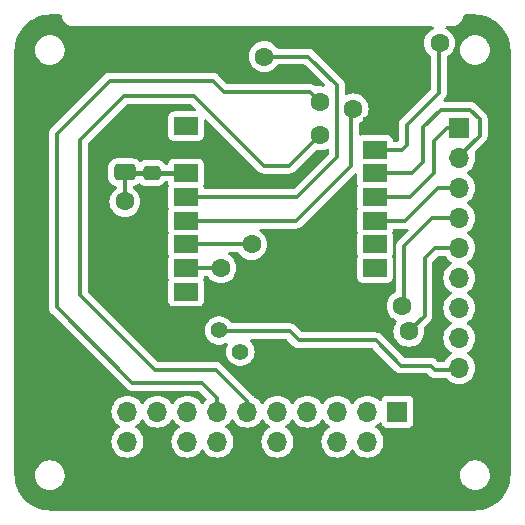
<source format=gbr>
%TF.GenerationSoftware,KiCad,Pcbnew,7.0.6*%
%TF.CreationDate,2023-09-04T00:35:45+02:00*%
%TF.ProjectId,pqunit,7071756e-6974-42e6-9b69-6361645f7063,rev?*%
%TF.SameCoordinates,Original*%
%TF.FileFunction,Copper,L1,Top*%
%TF.FilePolarity,Positive*%
%FSLAX46Y46*%
G04 Gerber Fmt 4.6, Leading zero omitted, Abs format (unit mm)*
G04 Created by KiCad (PCBNEW 7.0.6) date 2023-09-04 00:35:45*
%MOMM*%
%LPD*%
G01*
G04 APERTURE LIST*
G04 Aperture macros list*
%AMRoundRect*
0 Rectangle with rounded corners*
0 $1 Rounding radius*
0 $2 $3 $4 $5 $6 $7 $8 $9 X,Y pos of 4 corners*
0 Add a 4 corners polygon primitive as box body*
4,1,4,$2,$3,$4,$5,$6,$7,$8,$9,$2,$3,0*
0 Add four circle primitives for the rounded corners*
1,1,$1+$1,$2,$3*
1,1,$1+$1,$4,$5*
1,1,$1+$1,$6,$7*
1,1,$1+$1,$8,$9*
0 Add four rect primitives between the rounded corners*
20,1,$1+$1,$2,$3,$4,$5,0*
20,1,$1+$1,$4,$5,$6,$7,0*
20,1,$1+$1,$6,$7,$8,$9,0*
20,1,$1+$1,$8,$9,$2,$3,0*%
G04 Aperture macros list end*
%TA.AperFunction,ComponentPad*%
%ADD10C,1.400000*%
%TD*%
%TA.AperFunction,SMDPad,CuDef*%
%ADD11RoundRect,0.250000X0.650000X-0.412500X0.650000X0.412500X-0.650000X0.412500X-0.650000X-0.412500X0*%
%TD*%
%TA.AperFunction,SMDPad,CuDef*%
%ADD12R,2.000000X1.500000*%
%TD*%
%TA.AperFunction,ComponentPad*%
%ADD13R,1.700000X1.700000*%
%TD*%
%TA.AperFunction,ComponentPad*%
%ADD14O,1.700000X1.700000*%
%TD*%
%TA.AperFunction,SMDPad,CuDef*%
%ADD15RoundRect,0.250000X0.475000X-0.337500X0.475000X0.337500X-0.475000X0.337500X-0.475000X-0.337500X0*%
%TD*%
%TA.AperFunction,ViaPad*%
%ADD16C,1.600000*%
%TD*%
%TA.AperFunction,Conductor*%
%ADD17C,0.330200*%
%TD*%
%TA.AperFunction,Conductor*%
%ADD18C,0.400000*%
%TD*%
G04 APERTURE END LIST*
D10*
%TO.P,JP1,1,A*%
%TO.N,+3V3*%
X139243817Y-117513117D03*
%TO.P,JP1,2,B*%
%TO.N,3V3_Bus*%
X141039868Y-119309168D03*
%TD*%
D11*
%TO.P,C10,1*%
%TO.N,+3V3*%
X131267714Y-104109900D03*
%TO.P,C10,2*%
%TO.N,GND*%
X131267714Y-100984900D03*
%TD*%
D12*
%TO.P,U6,1,ANT*%
%TO.N,unconnected-(U6-ANT-Pad1)*%
X136445700Y-100221000D03*
%TO.P,U6,2,GND*%
%TO.N,GND*%
X136445700Y-102221000D03*
%TO.P,U6,3,VDD*%
%TO.N,+3V3*%
X136445700Y-104221000D03*
%TO.P,U6,4,~{RESET}*%
%TO.N,RF_NRESET*%
X136445700Y-106221000D03*
%TO.P,U6,5,DIO0*%
%TO.N,RF_DIO0*%
X136445700Y-108221000D03*
%TO.P,U6,6,DIO1*%
%TO.N,RF_DIO1*%
X136445700Y-110221000D03*
%TO.P,U6,7,DIO2*%
%TO.N,RF_DIO2*%
X136445700Y-112221000D03*
%TO.P,U6,8,DIO3*%
%TO.N,unconnected-(U6-DIO3-Pad8)*%
X136445700Y-114221000D03*
%TO.P,U6,9,GND*%
%TO.N,GND*%
X152445700Y-114221000D03*
%TO.P,U6,10,DIO4*%
%TO.N,unconnected-(U6-DIO4-Pad10)*%
X152445700Y-112221000D03*
%TO.P,U6,11,DIO5*%
%TO.N,unconnected-(U6-DIO5-Pad11)*%
X152445700Y-110221000D03*
%TO.P,U6,12,SCK*%
%TO.N,SPI_SCK*%
X152445700Y-108221000D03*
%TO.P,U6,13,MISO*%
%TO.N,SPI_MISO*%
X152445700Y-106221000D03*
%TO.P,U6,14,MOSI*%
%TO.N,SPI_MOSI*%
X152445700Y-104221000D03*
%TO.P,U6,15,~{NSS}*%
%TO.N,RF_NSS*%
X152445700Y-102221000D03*
%TO.P,U6,16,GND*%
%TO.N,GND*%
X152445700Y-100221000D03*
%TD*%
D13*
%TO.P,J1,1,SDA*%
%TO.N,RS485_SDA*%
X154350000Y-124390000D03*
D14*
%TO.P,J1,2,GND*%
%TO.N,GND*%
X154350000Y-126930000D03*
%TO.P,J1,3,SDB*%
%TO.N,RS485_SDB*%
X151810000Y-124390000D03*
%TO.P,J1,4,V1*%
%TO.N,unconnected-(J1-V1-Pad4)*%
X151810000Y-126930000D03*
%TO.P,J1,5,VBat*%
%TO.N,unconnected-(J1-VBat-Pad5)*%
X149270000Y-124390000D03*
%TO.P,J1,6,5V*%
%TO.N,unconnected-(J1-5V-Pad6)*%
X149270000Y-126930000D03*
%TO.P,J1,7,3V3*%
%TO.N,3V3_Bus*%
X146730000Y-124390000D03*
%TO.P,J1,8,GND*%
%TO.N,GND*%
X146730000Y-126930000D03*
%TO.P,J1,9,V2*%
%TO.N,unconnected-(J1-V2-Pad9)*%
X144190000Y-124390000D03*
%TO.P,J1,10,V3*%
%TO.N,unconnected-(J1-V3-Pad10)*%
X144190000Y-126930000D03*
%TO.P,J1,11,SDL*%
%TO.N,I2C_SDA*%
X141650000Y-124390000D03*
%TO.P,J1,12,GND*%
%TO.N,GND*%
X141650000Y-126930000D03*
%TO.P,J1,13,SCK*%
%TO.N,I2C_SCL*%
X139110000Y-124390000D03*
%TO.P,J1,14,S1_5V*%
%TO.N,unconnected-(J1-S1_5V-Pad14)*%
X139110000Y-126930000D03*
%TO.P,J1,15,S2_5V*%
%TO.N,unconnected-(J1-S2_5V-Pad15)*%
X136570000Y-124390000D03*
%TO.P,J1,16,S1_3V3*%
%TO.N,unconnected-(J1-S1_3V3-Pad16)*%
X136570000Y-126930000D03*
%TO.P,J1,17,S2_3V3*%
%TO.N,unconnected-(J1-S2_3V3-Pad17)*%
X134030000Y-124390000D03*
%TO.P,J1,18,GND*%
%TO.N,GND*%
X134030000Y-126930000D03*
%TO.P,J1,19,PPS*%
%TO.N,unconnected-(J1-PPS-Pad19)*%
X131490000Y-124390000D03*
%TO.P,J1,20,V4*%
%TO.N,unconnected-(J1-V4-Pad20)*%
X131490000Y-126930000D03*
%TD*%
D15*
%TO.P,C8,1*%
%TO.N,+3V3*%
X133523700Y-104165200D03*
%TO.P,C8,2*%
%TO.N,GND*%
X133523700Y-102090200D03*
%TD*%
D13*
%TO.P,J2,1,Pin_1*%
%TO.N,SPI_MISO*%
X159584100Y-100363000D03*
D14*
%TO.P,J2,2,Pin_2*%
%TO.N,SPI_MOSI*%
X159584100Y-102903000D03*
%TO.P,J2,3,Pin_3*%
%TO.N,SPI_SCK*%
X159584100Y-105443000D03*
%TO.P,J2,4,Pin_4*%
%TO.N,RS485_NRE*%
X159584100Y-107983000D03*
%TO.P,J2,5,Pin_5*%
%TO.N,RS485_DE*%
X159584100Y-110523000D03*
%TO.P,J2,6,Pin_6*%
%TO.N,MCU_NRESET*%
X159584100Y-113063000D03*
%TO.P,J2,7,Pin_7*%
%TO.N,MCU_RX*%
X159584100Y-115603000D03*
%TO.P,J2,8,Pin_8*%
%TO.N,MCU_TX*%
X159584100Y-118143000D03*
%TO.P,J2,9,Pin_9*%
%TO.N,+3V3*%
X159584100Y-120683000D03*
%TO.P,J2,10,Pin_10*%
%TO.N,GND*%
X159584100Y-123223000D03*
%TD*%
D16*
%TO.N,GND*%
X154453300Y-96418400D03*
%TO.N,+3V3*%
X131267714Y-106590614D03*
%TO.N,I2C_SDA*%
X147747700Y-100972600D03*
%TO.N,I2C_SCL*%
X147747700Y-98127800D03*
%TO.N,RF_DIO1*%
X142004500Y-110221000D03*
%TO.N,RF_DIO2*%
X139394900Y-112221000D03*
%TO.N,RF_NSS*%
X157907700Y-93167200D03*
%TO.N,RF_NRESET*%
X143074100Y-94317800D03*
%TO.N,RF_DIO0*%
X150592500Y-98737400D03*
%TO.N,RS485_NRE*%
X154758100Y-115450600D03*
%TO.N,RS485_DE*%
X155316900Y-117584200D03*
%TD*%
D17*
%TO.N,RF_NSS*%
X154695900Y-102221000D02*
X153306500Y-102221000D01*
X155113700Y-101803200D02*
X154695900Y-102221000D01*
X155113700Y-100126800D02*
X155113700Y-101803200D01*
X157856900Y-97383600D02*
X155113700Y-100126800D01*
X157907700Y-93167200D02*
X157856900Y-93218000D01*
X157856900Y-93218000D02*
X157856900Y-97383600D01*
%TO.N,SPI_MOSI*%
X155591500Y-104221000D02*
X152445700Y-104221000D01*
X156536100Y-100279200D02*
X156536100Y-103276400D01*
X161311300Y-99601000D02*
X160516300Y-98806000D01*
X161311300Y-101023400D02*
X161311300Y-99601000D01*
X160516300Y-98806000D02*
X158009300Y-98806000D01*
X158009300Y-98806000D02*
X156536100Y-100279200D01*
X159584100Y-102750600D02*
X161311300Y-101023400D01*
X156536100Y-103276400D02*
X155591500Y-104221000D01*
X159584100Y-102903000D02*
X159584100Y-102750600D01*
%TO.N,SPI_MISO*%
X158535100Y-100363000D02*
X159584100Y-100363000D01*
X155402500Y-106221000D02*
X157450500Y-104173000D01*
X157450500Y-104173000D02*
X157450500Y-101447600D01*
X157450500Y-101447600D02*
X158535100Y-100363000D01*
X152445700Y-106221000D02*
X155402500Y-106221000D01*
%TO.N,+3V3*%
X145258500Y-117584200D02*
X139314900Y-117584200D01*
X146020500Y-118346200D02*
X145258500Y-117584200D01*
X152522900Y-118346200D02*
X146020500Y-118346200D01*
X154656500Y-120479800D02*
X152522900Y-118346200D01*
X157145700Y-120479800D02*
X154656500Y-120479800D01*
X157552100Y-120886200D02*
X157145700Y-120479800D01*
X159380900Y-120886200D02*
X157552100Y-120886200D01*
X159584100Y-120683000D02*
X159380900Y-120886200D01*
%TO.N,RS485_DE*%
X156637700Y-116263400D02*
X156637700Y-111386600D01*
X155316900Y-117584200D02*
X156637700Y-116263400D01*
X156637700Y-111386600D02*
X157501300Y-110523000D01*
%TO.N,SPI_SCK*%
X157806100Y-105443000D02*
X159584100Y-105443000D01*
X155028100Y-108221000D02*
X157806100Y-105443000D01*
X152445700Y-108221000D02*
X155028100Y-108221000D01*
%TO.N,RS485_NRE*%
X157298100Y-107983000D02*
X159584100Y-107983000D01*
X154910500Y-110370600D02*
X157298100Y-107983000D01*
%TO.N,+3V3*%
X139314900Y-117584200D02*
X139243817Y-117513117D01*
%TO.N,RS485_DE*%
X157501300Y-110523000D02*
X159584100Y-110523000D01*
%TO.N,RS485_NRE*%
X154910500Y-115298200D02*
X154910500Y-110370600D01*
X154758100Y-115450600D02*
X154910500Y-115298200D01*
%TO.N,I2C_SDA*%
X141650000Y-123526100D02*
X141650000Y-124390000D01*
X138959300Y-120835400D02*
X141650000Y-123526100D01*
X133777700Y-120835400D02*
X138959300Y-120835400D01*
X127478500Y-114536200D02*
X133777700Y-120835400D01*
X131186900Y-97670600D02*
X127478500Y-101379000D01*
X127478500Y-101379000D02*
X127478500Y-114536200D01*
X145156900Y-103563400D02*
X143023300Y-103563400D01*
X147747700Y-100972600D02*
X145156900Y-103563400D01*
X143023300Y-103563400D02*
X137130500Y-97670600D01*
X137130500Y-97670600D02*
X131186900Y-97670600D01*
D18*
%TO.N,+3V3*%
X131267714Y-104173000D02*
X133320500Y-104173000D01*
X136397700Y-104173000D02*
X136445700Y-104221000D01*
D17*
X131267714Y-106590614D02*
X131267714Y-104173000D01*
D18*
X133320500Y-104173000D02*
X136397700Y-104173000D01*
D17*
%TO.N,I2C_SCL*%
X146934900Y-97315000D02*
X139670500Y-97315000D01*
X125497300Y-115552200D02*
X131898100Y-121953000D01*
X138705300Y-96349800D02*
X130018500Y-96349800D01*
X139670500Y-97315000D02*
X138705300Y-96349800D01*
X147747700Y-98127800D02*
X146934900Y-97315000D01*
X137790900Y-121953000D02*
X139110000Y-123272100D01*
X130018500Y-96349800D02*
X125497300Y-100871000D01*
X139110000Y-123272100D02*
X139110000Y-124390000D01*
X125497300Y-100871000D02*
X125497300Y-115552200D01*
X131898100Y-121953000D02*
X137790900Y-121953000D01*
%TO.N,RF_DIO1*%
X136445700Y-110221000D02*
X142004500Y-110221000D01*
%TO.N,RF_DIO2*%
X136445700Y-112221000D02*
X139394900Y-112221000D01*
%TO.N,RF_NRESET*%
X149220900Y-102852200D02*
X145852100Y-106221000D01*
X145852100Y-106221000D02*
X136445700Y-106221000D01*
X143074100Y-94317800D02*
X146782500Y-94317800D01*
X149220900Y-96756200D02*
X149220900Y-102852200D01*
X146782500Y-94317800D02*
X149220900Y-96756200D01*
%TO.N,RF_DIO0*%
X150440100Y-98889800D02*
X150440100Y-103563400D01*
X145782500Y-108221000D02*
X136445700Y-108221000D01*
X150592500Y-98737400D02*
X150440100Y-98889800D01*
X150440100Y-103563400D02*
X145782500Y-108221000D01*
%TD*%
%TA.AperFunction,Conductor*%
%TO.N,GND*%
G36*
X125867145Y-90780185D02*
G01*
X125912900Y-90832989D01*
X125922222Y-90862969D01*
X125930628Y-90910646D01*
X125929311Y-90922448D01*
X125936343Y-90945629D01*
X125938072Y-90952866D01*
X125949899Y-91019940D01*
X125978162Y-91097592D01*
X125978991Y-91110639D01*
X125987128Y-91125862D01*
X125994292Y-91141905D01*
X126009776Y-91184448D01*
X126009777Y-91184449D01*
X126058578Y-91268974D01*
X126062055Y-91283309D01*
X126071792Y-91295173D01*
X126083326Y-91311838D01*
X126097307Y-91336053D01*
X126100414Y-91340491D01*
X126100038Y-91340754D01*
X126109371Y-91354560D01*
X126111254Y-91358082D01*
X126129702Y-91374661D01*
X126168914Y-91421393D01*
X126175484Y-91436406D01*
X126185928Y-91444977D01*
X126202254Y-91461126D01*
X126209837Y-91470163D01*
X126218872Y-91477744D01*
X126235020Y-91494070D01*
X126239146Y-91499098D01*
X126258606Y-91511085D01*
X126305337Y-91550297D01*
X126315234Y-91565172D01*
X126325438Y-91570627D01*
X126339245Y-91579961D01*
X126339509Y-91579586D01*
X126343945Y-91582692D01*
X126368163Y-91596675D01*
X126384824Y-91608206D01*
X126391770Y-91613906D01*
X126411025Y-91621421D01*
X126495547Y-91670221D01*
X126495551Y-91670222D01*
X126495555Y-91670225D01*
X126538103Y-91685711D01*
X126554143Y-91692874D01*
X126564334Y-91698321D01*
X126582407Y-91701836D01*
X126660062Y-91730101D01*
X126727145Y-91741929D01*
X126734379Y-91743657D01*
X126752543Y-91749167D01*
X126769350Y-91749370D01*
X126832468Y-91760500D01*
X126832472Y-91760500D01*
X126922041Y-91760500D01*
X126928121Y-91760799D01*
X126964302Y-91764362D01*
X126987096Y-91760500D01*
X157287805Y-91760500D01*
X157354844Y-91780185D01*
X157400599Y-91832989D01*
X157410543Y-91902147D01*
X157381518Y-91965703D01*
X157340210Y-91996881D01*
X157317395Y-92007520D01*
X157254967Y-92036631D01*
X157254965Y-92036632D01*
X157068558Y-92167154D01*
X156907654Y-92328058D01*
X156777132Y-92514465D01*
X156777131Y-92514467D01*
X156680961Y-92720702D01*
X156680958Y-92720711D01*
X156622066Y-92940502D01*
X156622064Y-92940513D01*
X156602232Y-93167198D01*
X156602232Y-93167201D01*
X156622064Y-93393886D01*
X156622066Y-93393897D01*
X156680958Y-93613688D01*
X156680961Y-93613697D01*
X156777131Y-93819932D01*
X156777132Y-93819934D01*
X156907654Y-94006341D01*
X157068557Y-94167244D01*
X157068560Y-94167246D01*
X157068561Y-94167247D01*
X157100101Y-94189331D01*
X157138422Y-94216163D01*
X157182048Y-94270740D01*
X157191300Y-94317739D01*
X157191300Y-97056536D01*
X157171615Y-97123575D01*
X157154981Y-97144217D01*
X154658599Y-99640598D01*
X154655873Y-99643164D01*
X154611831Y-99682184D01*
X154578411Y-99730599D01*
X154576192Y-99733615D01*
X154539907Y-99779930D01*
X154536183Y-99788205D01*
X154525167Y-99807737D01*
X154520011Y-99815206D01*
X154520011Y-99815207D01*
X154499146Y-99870220D01*
X154497714Y-99873678D01*
X154473571Y-99927324D01*
X154473567Y-99927334D01*
X154471933Y-99936253D01*
X154465911Y-99957857D01*
X154462693Y-99966341D01*
X154455599Y-100024764D01*
X154455036Y-100028465D01*
X154444435Y-100086313D01*
X154444435Y-100086317D01*
X154447987Y-100145042D01*
X154448100Y-100148786D01*
X154448100Y-101431400D01*
X154428415Y-101498439D01*
X154375611Y-101544194D01*
X154324100Y-101555400D01*
X154070199Y-101555400D01*
X154003160Y-101535715D01*
X153957405Y-101482911D01*
X153946199Y-101431400D01*
X153946199Y-101423129D01*
X153946198Y-101423123D01*
X153945495Y-101416584D01*
X153939791Y-101363517D01*
X153935392Y-101351724D01*
X153889497Y-101228671D01*
X153889493Y-101228664D01*
X153803247Y-101113455D01*
X153803244Y-101113452D01*
X153688035Y-101027206D01*
X153688028Y-101027202D01*
X153553182Y-100976908D01*
X153553183Y-100976908D01*
X153493583Y-100970501D01*
X153493581Y-100970500D01*
X153493573Y-100970500D01*
X153493564Y-100970500D01*
X151397829Y-100970500D01*
X151397823Y-100970501D01*
X151338214Y-100976909D01*
X151273032Y-101001220D01*
X151203340Y-101006204D01*
X151142017Y-100972718D01*
X151108533Y-100911394D01*
X151105700Y-100885038D01*
X151105700Y-100012030D01*
X151125385Y-99944991D01*
X151177296Y-99899648D01*
X151245234Y-99867968D01*
X151431639Y-99737447D01*
X151592547Y-99576539D01*
X151723068Y-99390134D01*
X151819239Y-99183896D01*
X151878135Y-98964092D01*
X151897968Y-98737400D01*
X151878135Y-98510708D01*
X151831376Y-98336200D01*
X151819241Y-98290911D01*
X151819238Y-98290902D01*
X151787977Y-98223863D01*
X151723068Y-98084666D01*
X151592547Y-97898261D01*
X151592545Y-97898258D01*
X151431641Y-97737354D01*
X151245234Y-97606832D01*
X151245232Y-97606831D01*
X151038997Y-97510661D01*
X151038988Y-97510658D01*
X150819197Y-97451766D01*
X150819193Y-97451765D01*
X150819192Y-97451765D01*
X150819191Y-97451764D01*
X150819186Y-97451764D01*
X150592502Y-97431932D01*
X150592498Y-97431932D01*
X150365813Y-97451764D01*
X150365802Y-97451766D01*
X150146011Y-97510658D01*
X150146002Y-97510662D01*
X150062905Y-97549411D01*
X149993827Y-97559903D01*
X149930043Y-97531383D01*
X149891804Y-97472907D01*
X149886500Y-97437029D01*
X149886500Y-96778185D01*
X149886613Y-96774441D01*
X149890165Y-96715716D01*
X149879557Y-96657830D01*
X149878998Y-96654150D01*
X149878421Y-96649400D01*
X149871906Y-96595741D01*
X149868692Y-96587266D01*
X149862664Y-96565644D01*
X149861030Y-96556727D01*
X149836881Y-96503070D01*
X149835453Y-96499623D01*
X149814588Y-96444606D01*
X149809439Y-96437147D01*
X149798409Y-96417591D01*
X149794692Y-96409331D01*
X149758404Y-96363013D01*
X149756185Y-96359997D01*
X149722768Y-96311584D01*
X149678724Y-96272564D01*
X149675998Y-96269997D01*
X148562940Y-95156939D01*
X147268677Y-93862676D01*
X147266126Y-93859965D01*
X147251138Y-93843047D01*
X147227116Y-93815932D01*
X147215737Y-93808078D01*
X147178694Y-93782507D01*
X147175678Y-93780288D01*
X147129372Y-93744010D01*
X147129370Y-93744009D01*
X147129369Y-93744008D01*
X147129365Y-93744006D01*
X147129363Y-93744005D01*
X147121097Y-93740284D01*
X147101557Y-93729263D01*
X147094091Y-93724110D01*
X147094092Y-93724110D01*
X147039077Y-93703245D01*
X147035617Y-93701812D01*
X146981975Y-93677670D01*
X146981976Y-93677670D01*
X146973047Y-93676034D01*
X146951437Y-93670009D01*
X146942961Y-93666794D01*
X146942956Y-93666793D01*
X146884537Y-93659699D01*
X146880836Y-93659136D01*
X146822986Y-93648535D01*
X146822979Y-93648535D01*
X146764257Y-93652087D01*
X146760513Y-93652200D01*
X144260210Y-93652200D01*
X144193171Y-93632515D01*
X144158635Y-93599323D01*
X144074145Y-93478658D01*
X143913241Y-93317754D01*
X143726834Y-93187232D01*
X143726832Y-93187231D01*
X143520597Y-93091061D01*
X143520588Y-93091058D01*
X143300797Y-93032166D01*
X143300793Y-93032165D01*
X143300792Y-93032165D01*
X143300791Y-93032164D01*
X143300786Y-93032164D01*
X143074102Y-93012332D01*
X143074098Y-93012332D01*
X142847413Y-93032164D01*
X142847402Y-93032166D01*
X142627611Y-93091058D01*
X142627602Y-93091061D01*
X142421367Y-93187231D01*
X142421365Y-93187232D01*
X142234958Y-93317754D01*
X142074054Y-93478658D01*
X141943532Y-93665065D01*
X141943531Y-93665067D01*
X141847361Y-93871302D01*
X141847358Y-93871311D01*
X141788466Y-94091102D01*
X141788464Y-94091113D01*
X141768632Y-94317798D01*
X141768632Y-94317801D01*
X141788464Y-94544486D01*
X141788466Y-94544497D01*
X141847358Y-94764288D01*
X141847361Y-94764297D01*
X141943531Y-94970532D01*
X141943532Y-94970534D01*
X142074054Y-95156941D01*
X142234958Y-95317845D01*
X142234961Y-95317847D01*
X142421366Y-95448368D01*
X142627604Y-95544539D01*
X142847408Y-95603435D01*
X143009330Y-95617601D01*
X143074098Y-95623268D01*
X143074100Y-95623268D01*
X143074102Y-95623268D01*
X143130773Y-95618309D01*
X143300792Y-95603435D01*
X143520596Y-95544539D01*
X143726834Y-95448368D01*
X143913239Y-95317847D01*
X144074147Y-95156939D01*
X144158633Y-95036277D01*
X144213212Y-94992652D01*
X144260210Y-94983400D01*
X146455437Y-94983400D01*
X146522476Y-95003085D01*
X146543118Y-95019719D01*
X148181512Y-96658113D01*
X148214997Y-96719436D01*
X148210013Y-96789128D01*
X148168141Y-96845061D01*
X148102677Y-96869478D01*
X148061738Y-96865569D01*
X147974397Y-96842166D01*
X147974393Y-96842165D01*
X147974392Y-96842165D01*
X147974391Y-96842164D01*
X147974386Y-96842164D01*
X147747702Y-96822332D01*
X147747699Y-96822332D01*
X147521013Y-96842164D01*
X147521009Y-96842164D01*
X147521008Y-96842165D01*
X147521003Y-96842166D01*
X147521000Y-96842167D01*
X147501505Y-96847390D01*
X147431655Y-96845724D01*
X147386648Y-96816391D01*
X147385130Y-96818106D01*
X147379519Y-96813135D01*
X147379516Y-96813132D01*
X147368137Y-96805278D01*
X147331094Y-96779707D01*
X147328078Y-96777488D01*
X147281772Y-96741210D01*
X147281770Y-96741209D01*
X147281769Y-96741208D01*
X147281765Y-96741206D01*
X147281763Y-96741205D01*
X147273497Y-96737484D01*
X147253957Y-96726463D01*
X147246491Y-96721310D01*
X147246492Y-96721310D01*
X147191477Y-96700445D01*
X147188017Y-96699012D01*
X147134375Y-96674870D01*
X147134376Y-96674870D01*
X147125447Y-96673234D01*
X147103837Y-96667209D01*
X147095361Y-96663994D01*
X147095356Y-96663993D01*
X147036937Y-96656899D01*
X147033236Y-96656336D01*
X146975386Y-96645735D01*
X146975379Y-96645735D01*
X146916657Y-96649287D01*
X146912913Y-96649400D01*
X139997563Y-96649400D01*
X139930524Y-96629715D01*
X139909882Y-96613081D01*
X139566798Y-96269997D01*
X139191477Y-95894676D01*
X139188926Y-95891965D01*
X139149916Y-95847932D01*
X139138537Y-95840078D01*
X139101494Y-95814507D01*
X139098478Y-95812288D01*
X139052172Y-95776010D01*
X139052170Y-95776009D01*
X139052169Y-95776008D01*
X139052165Y-95776006D01*
X139052163Y-95776005D01*
X139043897Y-95772284D01*
X139024357Y-95761263D01*
X139016891Y-95756110D01*
X139016892Y-95756110D01*
X138961877Y-95735245D01*
X138958417Y-95733812D01*
X138904775Y-95709670D01*
X138904776Y-95709670D01*
X138895847Y-95708034D01*
X138874237Y-95702009D01*
X138865761Y-95698794D01*
X138865756Y-95698793D01*
X138807337Y-95691699D01*
X138803636Y-95691136D01*
X138745786Y-95680535D01*
X138745779Y-95680535D01*
X138687057Y-95684087D01*
X138683313Y-95684200D01*
X130040486Y-95684200D01*
X130036742Y-95684087D01*
X129978019Y-95680535D01*
X129978012Y-95680535D01*
X129938852Y-95687711D01*
X129920151Y-95691137D01*
X129916462Y-95691699D01*
X129858040Y-95698794D01*
X129849557Y-95702011D01*
X129827953Y-95708033D01*
X129819034Y-95709667D01*
X129819024Y-95709671D01*
X129765378Y-95733814D01*
X129761920Y-95735246D01*
X129706907Y-95756111D01*
X129706906Y-95756111D01*
X129699437Y-95761267D01*
X129679905Y-95772283D01*
X129671630Y-95776007D01*
X129625314Y-95812292D01*
X129622300Y-95814510D01*
X129573884Y-95847931D01*
X129534866Y-95891972D01*
X129532299Y-95894698D01*
X125042198Y-100384799D01*
X125039472Y-100387366D01*
X124995431Y-100426384D01*
X124962010Y-100474800D01*
X124959792Y-100477814D01*
X124923507Y-100524130D01*
X124919783Y-100532405D01*
X124908767Y-100551937D01*
X124903611Y-100559406D01*
X124903611Y-100559407D01*
X124882746Y-100614420D01*
X124881314Y-100617878D01*
X124857171Y-100671524D01*
X124857167Y-100671534D01*
X124855533Y-100680453D01*
X124849511Y-100702057D01*
X124846293Y-100710541D01*
X124839199Y-100768964D01*
X124838636Y-100772665D01*
X124828035Y-100830513D01*
X124828035Y-100830517D01*
X124831587Y-100889242D01*
X124831700Y-100892986D01*
X124831700Y-115530212D01*
X124831587Y-115533956D01*
X124828035Y-115592679D01*
X124828035Y-115592683D01*
X124838636Y-115650536D01*
X124839199Y-115654237D01*
X124846293Y-115712656D01*
X124846294Y-115712661D01*
X124849509Y-115721137D01*
X124855534Y-115742747D01*
X124857170Y-115751675D01*
X124881312Y-115805317D01*
X124882745Y-115808777D01*
X124903610Y-115863791D01*
X124908763Y-115871257D01*
X124919784Y-115890797D01*
X124923505Y-115899063D01*
X124923510Y-115899072D01*
X124959788Y-115945378D01*
X124962007Y-115948394D01*
X124995431Y-115996814D01*
X124995432Y-115996816D01*
X125039465Y-116035826D01*
X125042192Y-116038394D01*
X131411897Y-122408098D01*
X131414464Y-122410824D01*
X131453484Y-122454868D01*
X131501897Y-122488285D01*
X131504913Y-122490504D01*
X131551231Y-122526792D01*
X131559494Y-122530511D01*
X131579047Y-122541539D01*
X131586506Y-122546688D01*
X131586507Y-122546688D01*
X131586508Y-122546689D01*
X131641532Y-122567556D01*
X131644970Y-122568981D01*
X131698627Y-122593130D01*
X131707542Y-122594763D01*
X131729164Y-122600791D01*
X131737641Y-122604006D01*
X131796052Y-122611098D01*
X131799756Y-122611662D01*
X131813840Y-122614242D01*
X131857617Y-122622265D01*
X131857618Y-122622264D01*
X131857619Y-122622265D01*
X131916343Y-122618713D01*
X131920087Y-122618600D01*
X137463837Y-122618600D01*
X137530876Y-122638285D01*
X137551518Y-122654919D01*
X138155670Y-123259071D01*
X138189155Y-123320394D01*
X138184171Y-123390086D01*
X138155670Y-123434433D01*
X138071505Y-123518597D01*
X137941575Y-123704158D01*
X137886998Y-123747783D01*
X137817500Y-123754977D01*
X137755145Y-123723454D01*
X137738425Y-123704158D01*
X137608494Y-123518597D01*
X137441402Y-123351506D01*
X137441395Y-123351501D01*
X137247834Y-123215967D01*
X137247830Y-123215965D01*
X137247828Y-123215964D01*
X137033663Y-123116097D01*
X137033659Y-123116096D01*
X137033655Y-123116094D01*
X136805413Y-123054938D01*
X136805403Y-123054936D01*
X136570001Y-123034341D01*
X136569999Y-123034341D01*
X136334596Y-123054936D01*
X136334586Y-123054938D01*
X136106344Y-123116094D01*
X136106335Y-123116098D01*
X135892171Y-123215964D01*
X135892169Y-123215965D01*
X135698597Y-123351505D01*
X135531508Y-123518594D01*
X135401574Y-123704159D01*
X135346997Y-123747784D01*
X135277498Y-123754976D01*
X135215144Y-123723454D01*
X135198424Y-123704158D01*
X135068494Y-123518597D01*
X134901402Y-123351506D01*
X134901395Y-123351501D01*
X134707834Y-123215967D01*
X134707830Y-123215965D01*
X134707830Y-123215964D01*
X134493663Y-123116097D01*
X134493659Y-123116096D01*
X134493655Y-123116094D01*
X134265413Y-123054938D01*
X134265403Y-123054936D01*
X134030001Y-123034341D01*
X134029999Y-123034341D01*
X133794596Y-123054936D01*
X133794586Y-123054938D01*
X133566344Y-123116094D01*
X133566335Y-123116098D01*
X133352171Y-123215964D01*
X133352169Y-123215965D01*
X133158597Y-123351505D01*
X132991505Y-123518597D01*
X132861575Y-123704158D01*
X132806998Y-123747783D01*
X132737500Y-123754977D01*
X132675145Y-123723454D01*
X132658425Y-123704158D01*
X132528494Y-123518597D01*
X132361402Y-123351506D01*
X132361395Y-123351501D01*
X132167834Y-123215967D01*
X132167830Y-123215965D01*
X132167828Y-123215964D01*
X131953663Y-123116097D01*
X131953659Y-123116096D01*
X131953655Y-123116094D01*
X131725413Y-123054938D01*
X131725403Y-123054936D01*
X131490001Y-123034341D01*
X131489999Y-123034341D01*
X131254596Y-123054936D01*
X131254586Y-123054938D01*
X131026344Y-123116094D01*
X131026335Y-123116098D01*
X130812171Y-123215964D01*
X130812169Y-123215965D01*
X130618597Y-123351505D01*
X130451505Y-123518597D01*
X130315965Y-123712169D01*
X130315964Y-123712171D01*
X130216098Y-123926335D01*
X130216094Y-123926344D01*
X130154938Y-124154586D01*
X130154936Y-124154596D01*
X130134341Y-124389999D01*
X130134341Y-124390000D01*
X130154936Y-124625403D01*
X130154938Y-124625413D01*
X130216094Y-124853655D01*
X130216096Y-124853659D01*
X130216097Y-124853663D01*
X130220000Y-124862032D01*
X130315965Y-125067830D01*
X130315967Y-125067834D01*
X130424281Y-125222521D01*
X130451501Y-125261396D01*
X130451506Y-125261402D01*
X130618597Y-125428493D01*
X130618603Y-125428498D01*
X130804158Y-125558425D01*
X130847783Y-125613002D01*
X130854977Y-125682500D01*
X130823454Y-125744855D01*
X130804158Y-125761575D01*
X130618597Y-125891505D01*
X130451505Y-126058597D01*
X130315965Y-126252169D01*
X130315964Y-126252171D01*
X130216098Y-126466335D01*
X130216094Y-126466344D01*
X130154938Y-126694586D01*
X130154936Y-126694596D01*
X130134341Y-126929999D01*
X130134341Y-126930000D01*
X130154936Y-127165403D01*
X130154938Y-127165413D01*
X130216094Y-127393655D01*
X130216096Y-127393659D01*
X130216097Y-127393663D01*
X130220000Y-127402032D01*
X130315965Y-127607830D01*
X130315967Y-127607834D01*
X130424281Y-127762521D01*
X130451505Y-127801401D01*
X130618599Y-127968495D01*
X130715384Y-128036264D01*
X130812165Y-128104032D01*
X130812167Y-128104033D01*
X130812170Y-128104035D01*
X131026337Y-128203903D01*
X131254592Y-128265063D01*
X131442918Y-128281539D01*
X131489999Y-128285659D01*
X131490000Y-128285659D01*
X131490001Y-128285659D01*
X131529234Y-128282226D01*
X131725408Y-128265063D01*
X131953663Y-128203903D01*
X132167830Y-128104035D01*
X132361401Y-127968495D01*
X132528495Y-127801401D01*
X132664035Y-127607830D01*
X132763903Y-127393663D01*
X132825063Y-127165408D01*
X132845659Y-126930000D01*
X132825063Y-126694592D01*
X132763903Y-126466337D01*
X132664035Y-126252171D01*
X132658425Y-126244158D01*
X132528494Y-126058597D01*
X132361402Y-125891506D01*
X132361396Y-125891501D01*
X132175842Y-125761575D01*
X132132217Y-125706998D01*
X132125023Y-125637500D01*
X132156546Y-125575145D01*
X132175842Y-125558425D01*
X132198026Y-125542891D01*
X132361401Y-125428495D01*
X132528495Y-125261401D01*
X132658424Y-125075842D01*
X132713002Y-125032217D01*
X132782500Y-125025023D01*
X132844855Y-125056546D01*
X132861575Y-125075842D01*
X132991500Y-125261395D01*
X132991505Y-125261401D01*
X133158599Y-125428495D01*
X133255384Y-125496264D01*
X133352165Y-125564032D01*
X133352167Y-125564033D01*
X133352170Y-125564035D01*
X133566337Y-125663903D01*
X133794592Y-125725063D01*
X133971034Y-125740500D01*
X134029999Y-125745659D01*
X134030000Y-125745659D01*
X134030001Y-125745659D01*
X134088966Y-125740500D01*
X134265408Y-125725063D01*
X134493663Y-125663903D01*
X134707830Y-125564035D01*
X134901401Y-125428495D01*
X135068495Y-125261401D01*
X135198424Y-125075842D01*
X135253002Y-125032217D01*
X135322500Y-125025023D01*
X135384855Y-125056546D01*
X135401575Y-125075842D01*
X135531501Y-125261396D01*
X135531506Y-125261402D01*
X135698597Y-125428493D01*
X135698603Y-125428498D01*
X135884158Y-125558425D01*
X135927783Y-125613002D01*
X135934977Y-125682500D01*
X135903454Y-125744855D01*
X135884158Y-125761575D01*
X135698597Y-125891505D01*
X135531505Y-126058597D01*
X135395965Y-126252169D01*
X135395964Y-126252171D01*
X135296098Y-126466335D01*
X135296094Y-126466344D01*
X135234938Y-126694586D01*
X135234936Y-126694596D01*
X135214341Y-126929999D01*
X135214341Y-126930000D01*
X135234936Y-127165403D01*
X135234938Y-127165413D01*
X135296094Y-127393655D01*
X135296096Y-127393659D01*
X135296097Y-127393663D01*
X135300000Y-127402032D01*
X135395965Y-127607830D01*
X135395967Y-127607834D01*
X135504281Y-127762521D01*
X135531505Y-127801401D01*
X135698599Y-127968495D01*
X135795384Y-128036264D01*
X135892165Y-128104032D01*
X135892167Y-128104033D01*
X135892170Y-128104035D01*
X136106337Y-128203903D01*
X136334592Y-128265063D01*
X136522918Y-128281539D01*
X136569999Y-128285659D01*
X136570000Y-128285659D01*
X136570001Y-128285659D01*
X136609234Y-128282226D01*
X136805408Y-128265063D01*
X137033663Y-128203903D01*
X137247830Y-128104035D01*
X137441401Y-127968495D01*
X137608495Y-127801401D01*
X137738424Y-127615842D01*
X137793002Y-127572217D01*
X137862500Y-127565023D01*
X137924855Y-127596546D01*
X137941575Y-127615842D01*
X138071500Y-127801395D01*
X138071505Y-127801401D01*
X138238599Y-127968495D01*
X138335384Y-128036264D01*
X138432165Y-128104032D01*
X138432167Y-128104033D01*
X138432170Y-128104035D01*
X138646337Y-128203903D01*
X138874592Y-128265063D01*
X139062918Y-128281539D01*
X139109999Y-128285659D01*
X139110000Y-128285659D01*
X139110001Y-128285659D01*
X139149234Y-128282226D01*
X139345408Y-128265063D01*
X139573663Y-128203903D01*
X139787830Y-128104035D01*
X139981401Y-127968495D01*
X140148495Y-127801401D01*
X140284035Y-127607830D01*
X140383903Y-127393663D01*
X140445063Y-127165408D01*
X140465659Y-126930000D01*
X140445063Y-126694592D01*
X140383903Y-126466337D01*
X140284035Y-126252171D01*
X140278425Y-126244158D01*
X140148494Y-126058597D01*
X139981402Y-125891506D01*
X139981396Y-125891501D01*
X139795842Y-125761575D01*
X139752217Y-125706998D01*
X139745023Y-125637500D01*
X139776546Y-125575145D01*
X139795842Y-125558425D01*
X139818026Y-125542891D01*
X139981401Y-125428495D01*
X140148495Y-125261401D01*
X140278424Y-125075842D01*
X140333002Y-125032217D01*
X140402500Y-125025023D01*
X140464855Y-125056546D01*
X140481575Y-125075842D01*
X140611500Y-125261395D01*
X140611505Y-125261401D01*
X140778599Y-125428495D01*
X140875384Y-125496264D01*
X140972165Y-125564032D01*
X140972167Y-125564033D01*
X140972170Y-125564035D01*
X141186337Y-125663903D01*
X141414592Y-125725063D01*
X141591034Y-125740500D01*
X141649999Y-125745659D01*
X141650000Y-125745659D01*
X141650001Y-125745659D01*
X141708966Y-125740500D01*
X141885408Y-125725063D01*
X142113663Y-125663903D01*
X142327830Y-125564035D01*
X142521401Y-125428495D01*
X142688495Y-125261401D01*
X142818424Y-125075842D01*
X142873002Y-125032217D01*
X142942500Y-125025023D01*
X143004855Y-125056546D01*
X143021575Y-125075842D01*
X143151501Y-125261396D01*
X143151506Y-125261402D01*
X143318597Y-125428493D01*
X143318603Y-125428498D01*
X143504158Y-125558425D01*
X143547783Y-125613002D01*
X143554977Y-125682500D01*
X143523454Y-125744855D01*
X143504158Y-125761575D01*
X143318597Y-125891505D01*
X143151505Y-126058597D01*
X143015965Y-126252169D01*
X143015964Y-126252171D01*
X142916098Y-126466335D01*
X142916094Y-126466344D01*
X142854938Y-126694586D01*
X142854936Y-126694596D01*
X142834341Y-126929999D01*
X142834341Y-126930000D01*
X142854936Y-127165403D01*
X142854938Y-127165413D01*
X142916094Y-127393655D01*
X142916096Y-127393659D01*
X142916097Y-127393663D01*
X142920000Y-127402032D01*
X143015965Y-127607830D01*
X143015967Y-127607834D01*
X143124281Y-127762521D01*
X143151505Y-127801401D01*
X143318599Y-127968495D01*
X143415384Y-128036264D01*
X143512165Y-128104032D01*
X143512167Y-128104033D01*
X143512170Y-128104035D01*
X143726337Y-128203903D01*
X143954592Y-128265063D01*
X144142918Y-128281539D01*
X144189999Y-128285659D01*
X144190000Y-128285659D01*
X144190001Y-128285659D01*
X144229234Y-128282226D01*
X144425408Y-128265063D01*
X144653663Y-128203903D01*
X144867830Y-128104035D01*
X145061401Y-127968495D01*
X145228495Y-127801401D01*
X145364035Y-127607830D01*
X145463903Y-127393663D01*
X145525063Y-127165408D01*
X145545659Y-126930000D01*
X145525063Y-126694592D01*
X145463903Y-126466337D01*
X145364035Y-126252171D01*
X145358425Y-126244158D01*
X145228494Y-126058597D01*
X145061402Y-125891506D01*
X145061396Y-125891501D01*
X144875842Y-125761575D01*
X144832217Y-125706998D01*
X144825023Y-125637500D01*
X144856546Y-125575145D01*
X144875842Y-125558425D01*
X144898026Y-125542891D01*
X145061401Y-125428495D01*
X145228495Y-125261401D01*
X145358424Y-125075842D01*
X145413002Y-125032217D01*
X145482500Y-125025023D01*
X145544855Y-125056546D01*
X145561575Y-125075842D01*
X145691500Y-125261395D01*
X145691505Y-125261401D01*
X145858599Y-125428495D01*
X145955384Y-125496264D01*
X146052165Y-125564032D01*
X146052167Y-125564033D01*
X146052170Y-125564035D01*
X146266337Y-125663903D01*
X146494592Y-125725063D01*
X146671034Y-125740500D01*
X146729999Y-125745659D01*
X146730000Y-125745659D01*
X146730001Y-125745659D01*
X146788966Y-125740500D01*
X146965408Y-125725063D01*
X147193663Y-125663903D01*
X147407830Y-125564035D01*
X147601401Y-125428495D01*
X147768495Y-125261401D01*
X147898424Y-125075842D01*
X147953002Y-125032217D01*
X148022500Y-125025023D01*
X148084855Y-125056546D01*
X148101575Y-125075842D01*
X148231501Y-125261396D01*
X148231506Y-125261402D01*
X148398597Y-125428493D01*
X148398603Y-125428498D01*
X148584158Y-125558425D01*
X148627783Y-125613002D01*
X148634977Y-125682500D01*
X148603454Y-125744855D01*
X148584158Y-125761575D01*
X148398597Y-125891505D01*
X148231505Y-126058597D01*
X148095965Y-126252169D01*
X148095964Y-126252171D01*
X147996098Y-126466335D01*
X147996094Y-126466344D01*
X147934938Y-126694586D01*
X147934936Y-126694596D01*
X147914341Y-126929999D01*
X147914341Y-126930000D01*
X147934936Y-127165403D01*
X147934938Y-127165413D01*
X147996094Y-127393655D01*
X147996096Y-127393659D01*
X147996097Y-127393663D01*
X148000000Y-127402032D01*
X148095965Y-127607830D01*
X148095967Y-127607834D01*
X148204281Y-127762521D01*
X148231505Y-127801401D01*
X148398599Y-127968495D01*
X148495384Y-128036264D01*
X148592165Y-128104032D01*
X148592167Y-128104033D01*
X148592170Y-128104035D01*
X148806337Y-128203903D01*
X149034592Y-128265063D01*
X149222918Y-128281539D01*
X149269999Y-128285659D01*
X149270000Y-128285659D01*
X149270001Y-128285659D01*
X149309234Y-128282226D01*
X149505408Y-128265063D01*
X149733663Y-128203903D01*
X149947830Y-128104035D01*
X150141401Y-127968495D01*
X150308495Y-127801401D01*
X150438424Y-127615842D01*
X150493002Y-127572217D01*
X150562500Y-127565023D01*
X150624855Y-127596546D01*
X150641575Y-127615842D01*
X150771500Y-127801395D01*
X150771505Y-127801401D01*
X150938599Y-127968495D01*
X151035384Y-128036264D01*
X151132165Y-128104032D01*
X151132167Y-128104033D01*
X151132170Y-128104035D01*
X151346337Y-128203903D01*
X151574592Y-128265063D01*
X151762918Y-128281539D01*
X151809999Y-128285659D01*
X151810000Y-128285659D01*
X151810001Y-128285659D01*
X151849234Y-128282226D01*
X152045408Y-128265063D01*
X152273663Y-128203903D01*
X152487830Y-128104035D01*
X152681401Y-127968495D01*
X152848495Y-127801401D01*
X152984035Y-127607830D01*
X153083903Y-127393663D01*
X153145063Y-127165408D01*
X153165659Y-126930000D01*
X153145063Y-126694592D01*
X153083903Y-126466337D01*
X152984035Y-126252171D01*
X152978425Y-126244158D01*
X152848494Y-126058597D01*
X152681402Y-125891506D01*
X152681396Y-125891501D01*
X152495842Y-125761575D01*
X152452217Y-125706998D01*
X152445023Y-125637500D01*
X152476546Y-125575145D01*
X152495842Y-125558425D01*
X152518026Y-125542891D01*
X152681401Y-125428495D01*
X152803329Y-125306566D01*
X152864648Y-125273084D01*
X152934340Y-125278068D01*
X152990274Y-125319939D01*
X153007189Y-125350917D01*
X153056202Y-125482328D01*
X153056206Y-125482335D01*
X153142452Y-125597544D01*
X153142455Y-125597547D01*
X153257664Y-125683793D01*
X153257671Y-125683797D01*
X153392517Y-125734091D01*
X153392516Y-125734091D01*
X153399444Y-125734835D01*
X153452127Y-125740500D01*
X155247872Y-125740499D01*
X155307483Y-125734091D01*
X155442331Y-125683796D01*
X155557546Y-125597546D01*
X155643796Y-125482331D01*
X155694091Y-125347483D01*
X155700500Y-125287873D01*
X155700499Y-123492128D01*
X155694091Y-123432517D01*
X155692810Y-123429083D01*
X155643797Y-123297671D01*
X155643793Y-123297664D01*
X155557547Y-123182455D01*
X155557544Y-123182452D01*
X155442335Y-123096206D01*
X155442328Y-123096202D01*
X155307482Y-123045908D01*
X155307483Y-123045908D01*
X155247883Y-123039501D01*
X155247881Y-123039500D01*
X155247873Y-123039500D01*
X155247864Y-123039500D01*
X153452129Y-123039500D01*
X153452123Y-123039501D01*
X153392516Y-123045908D01*
X153257671Y-123096202D01*
X153257664Y-123096206D01*
X153142455Y-123182452D01*
X153142452Y-123182455D01*
X153056206Y-123297664D01*
X153056203Y-123297669D01*
X153007189Y-123429083D01*
X152965317Y-123485016D01*
X152899853Y-123509433D01*
X152831580Y-123494581D01*
X152803326Y-123473430D01*
X152681402Y-123351506D01*
X152681395Y-123351501D01*
X152487834Y-123215967D01*
X152487830Y-123215965D01*
X152487828Y-123215964D01*
X152273663Y-123116097D01*
X152273659Y-123116096D01*
X152273655Y-123116094D01*
X152045413Y-123054938D01*
X152045403Y-123054936D01*
X151810001Y-123034341D01*
X151809999Y-123034341D01*
X151574596Y-123054936D01*
X151574586Y-123054938D01*
X151346344Y-123116094D01*
X151346335Y-123116098D01*
X151132171Y-123215964D01*
X151132169Y-123215965D01*
X150938597Y-123351505D01*
X150771505Y-123518597D01*
X150641575Y-123704158D01*
X150586998Y-123747783D01*
X150517500Y-123754977D01*
X150455145Y-123723454D01*
X150438425Y-123704158D01*
X150308494Y-123518597D01*
X150141402Y-123351506D01*
X150141395Y-123351501D01*
X149947834Y-123215967D01*
X149947830Y-123215965D01*
X149947828Y-123215964D01*
X149733663Y-123116097D01*
X149733659Y-123116096D01*
X149733655Y-123116094D01*
X149505413Y-123054938D01*
X149505403Y-123054936D01*
X149270001Y-123034341D01*
X149269999Y-123034341D01*
X149034596Y-123054936D01*
X149034586Y-123054938D01*
X148806344Y-123116094D01*
X148806335Y-123116098D01*
X148592171Y-123215964D01*
X148592169Y-123215965D01*
X148398597Y-123351505D01*
X148231508Y-123518594D01*
X148101574Y-123704159D01*
X148046997Y-123747784D01*
X147977498Y-123754976D01*
X147915144Y-123723454D01*
X147898424Y-123704158D01*
X147768494Y-123518597D01*
X147601402Y-123351506D01*
X147601395Y-123351501D01*
X147407834Y-123215967D01*
X147407830Y-123215965D01*
X147407828Y-123215964D01*
X147193663Y-123116097D01*
X147193659Y-123116096D01*
X147193655Y-123116094D01*
X146965413Y-123054938D01*
X146965403Y-123054936D01*
X146730001Y-123034341D01*
X146729999Y-123034341D01*
X146494596Y-123054936D01*
X146494586Y-123054938D01*
X146266344Y-123116094D01*
X146266335Y-123116098D01*
X146052171Y-123215964D01*
X146052169Y-123215965D01*
X145858597Y-123351505D01*
X145691505Y-123518597D01*
X145561575Y-123704158D01*
X145506998Y-123747783D01*
X145437500Y-123754977D01*
X145375145Y-123723454D01*
X145358425Y-123704158D01*
X145228494Y-123518597D01*
X145061402Y-123351506D01*
X145061395Y-123351501D01*
X144867834Y-123215967D01*
X144867830Y-123215965D01*
X144867830Y-123215964D01*
X144653663Y-123116097D01*
X144653659Y-123116096D01*
X144653655Y-123116094D01*
X144425413Y-123054938D01*
X144425403Y-123054936D01*
X144190001Y-123034341D01*
X144189999Y-123034341D01*
X143954596Y-123054936D01*
X143954586Y-123054938D01*
X143726344Y-123116094D01*
X143726335Y-123116098D01*
X143512171Y-123215964D01*
X143512169Y-123215965D01*
X143318597Y-123351505D01*
X143151505Y-123518597D01*
X143021575Y-123704158D01*
X142966998Y-123747783D01*
X142897500Y-123754977D01*
X142835145Y-123723454D01*
X142818425Y-123704158D01*
X142688494Y-123518597D01*
X142521402Y-123351506D01*
X142521395Y-123351501D01*
X142327831Y-123215965D01*
X142327829Y-123215964D01*
X142236150Y-123173213D01*
X142190953Y-123137315D01*
X142190694Y-123136985D01*
X142187496Y-123132903D01*
X142185293Y-123129908D01*
X142162030Y-123096206D01*
X142151868Y-123081484D01*
X142141869Y-123072626D01*
X142107825Y-123042465D01*
X142105098Y-123039897D01*
X141473299Y-122408098D01*
X139445460Y-120380259D01*
X139442943Y-120377585D01*
X139403916Y-120333532D01*
X139392537Y-120325678D01*
X139355494Y-120300107D01*
X139352478Y-120297888D01*
X139306172Y-120261610D01*
X139306170Y-120261609D01*
X139306169Y-120261608D01*
X139306165Y-120261606D01*
X139306163Y-120261605D01*
X139297897Y-120257884D01*
X139278357Y-120246863D01*
X139270891Y-120241710D01*
X139270892Y-120241710D01*
X139215877Y-120220845D01*
X139212417Y-120219412D01*
X139158775Y-120195270D01*
X139158776Y-120195270D01*
X139149847Y-120193634D01*
X139128237Y-120187609D01*
X139119761Y-120184394D01*
X139119756Y-120184393D01*
X139061337Y-120177299D01*
X139057636Y-120176736D01*
X138999786Y-120166135D01*
X138999779Y-120166135D01*
X138941057Y-120169687D01*
X138937313Y-120169800D01*
X134104763Y-120169800D01*
X134037724Y-120150115D01*
X134017082Y-120133481D01*
X128180419Y-114296818D01*
X128146934Y-114235495D01*
X128144100Y-114209137D01*
X128144100Y-107982999D01*
X128144100Y-101706058D01*
X128163784Y-101639023D01*
X128180413Y-101618386D01*
X131426280Y-98372519D01*
X131487604Y-98339034D01*
X131513962Y-98336200D01*
X136803437Y-98336200D01*
X136870476Y-98355885D01*
X136891118Y-98372519D01*
X137277418Y-98758819D01*
X137310903Y-98820142D01*
X137305919Y-98889834D01*
X137264047Y-98945767D01*
X137198583Y-98970184D01*
X137189737Y-98970500D01*
X135397829Y-98970500D01*
X135397823Y-98970501D01*
X135338216Y-98976908D01*
X135203371Y-99027202D01*
X135203364Y-99027206D01*
X135088155Y-99113452D01*
X135088152Y-99113455D01*
X135001906Y-99228664D01*
X135001902Y-99228671D01*
X134951608Y-99363517D01*
X134945201Y-99423116D01*
X134945200Y-99423135D01*
X134945200Y-101018870D01*
X134945201Y-101018876D01*
X134951608Y-101078483D01*
X135001902Y-101213328D01*
X135001906Y-101213335D01*
X135088152Y-101328544D01*
X135088155Y-101328547D01*
X135203364Y-101414793D01*
X135203371Y-101414797D01*
X135338217Y-101465091D01*
X135338216Y-101465091D01*
X135345144Y-101465835D01*
X135397827Y-101471500D01*
X137493572Y-101471499D01*
X137553183Y-101465091D01*
X137688031Y-101414796D01*
X137803246Y-101328546D01*
X137889496Y-101213331D01*
X137939791Y-101078483D01*
X137946200Y-101018873D01*
X137946199Y-99726960D01*
X137965884Y-99659922D01*
X138018687Y-99614167D01*
X138087846Y-99604223D01*
X138151402Y-99633248D01*
X138157880Y-99639280D01*
X142537089Y-104018489D01*
X142539656Y-104021215D01*
X142578684Y-104065268D01*
X142627090Y-104098680D01*
X142630105Y-104100897D01*
X142639262Y-104108072D01*
X142676429Y-104137192D01*
X142676430Y-104137192D01*
X142676431Y-104137193D01*
X142684699Y-104140914D01*
X142704248Y-104151939D01*
X142711708Y-104157089D01*
X142766715Y-104177950D01*
X142770169Y-104179381D01*
X142823828Y-104203531D01*
X142832750Y-104205165D01*
X142854365Y-104211191D01*
X142862841Y-104214406D01*
X142901480Y-104219097D01*
X142921245Y-104221497D01*
X142924937Y-104222058D01*
X142982817Y-104232665D01*
X142982818Y-104232664D01*
X142982819Y-104232665D01*
X143041548Y-104229113D01*
X143045292Y-104229000D01*
X145134913Y-104229000D01*
X145138657Y-104229113D01*
X145197380Y-104232665D01*
X145197380Y-104232664D01*
X145197383Y-104232665D01*
X145255257Y-104222059D01*
X145258949Y-104221498D01*
X145273132Y-104219775D01*
X145317359Y-104214406D01*
X145325840Y-104211189D01*
X145347455Y-104205163D01*
X145356373Y-104203530D01*
X145410065Y-104179364D01*
X145413451Y-104177962D01*
X145468492Y-104157089D01*
X145475950Y-104151940D01*
X145495506Y-104140911D01*
X145498531Y-104139549D01*
X145503769Y-104137192D01*
X145550102Y-104100891D01*
X145553067Y-104098709D01*
X145601516Y-104065268D01*
X145640558Y-104021197D01*
X145643077Y-104018522D01*
X147377604Y-102283995D01*
X147438925Y-102250512D01*
X147497375Y-102251903D01*
X147507968Y-102254741D01*
X147521008Y-102258235D01*
X147682930Y-102272401D01*
X147747698Y-102278068D01*
X147747700Y-102278068D01*
X147747702Y-102278068D01*
X147804372Y-102273109D01*
X147974392Y-102258235D01*
X148194196Y-102199339D01*
X148364218Y-102120055D01*
X148378895Y-102113212D01*
X148447973Y-102102720D01*
X148511757Y-102131240D01*
X148549996Y-102189716D01*
X148555300Y-102225594D01*
X148555300Y-102525137D01*
X148535615Y-102592176D01*
X148518981Y-102612818D01*
X145612718Y-105519081D01*
X145551395Y-105552566D01*
X145525037Y-105555400D01*
X138070199Y-105555400D01*
X138003160Y-105535715D01*
X137957405Y-105482911D01*
X137946199Y-105431400D01*
X137946199Y-105423129D01*
X137946198Y-105423123D01*
X137946197Y-105423116D01*
X137939791Y-105363517D01*
X137902796Y-105264330D01*
X137897813Y-105194641D01*
X137902797Y-105177668D01*
X137939791Y-105078483D01*
X137946200Y-105018873D01*
X137946199Y-103423128D01*
X137939791Y-103363517D01*
X137911512Y-103287698D01*
X137889497Y-103228671D01*
X137889493Y-103228664D01*
X137803247Y-103113455D01*
X137803244Y-103113452D01*
X137688035Y-103027206D01*
X137688028Y-103027202D01*
X137553182Y-102976908D01*
X137553183Y-102976908D01*
X137493583Y-102970501D01*
X137493581Y-102970500D01*
X137493573Y-102970500D01*
X137493564Y-102970500D01*
X135397829Y-102970500D01*
X135397823Y-102970501D01*
X135338216Y-102976908D01*
X135203371Y-103027202D01*
X135203364Y-103027206D01*
X135088155Y-103113452D01*
X135088152Y-103113455D01*
X135001906Y-103228664D01*
X135001902Y-103228671D01*
X134951608Y-103363517D01*
X134949826Y-103371062D01*
X134948111Y-103370657D01*
X134925058Y-103426309D01*
X134867664Y-103466156D01*
X134828509Y-103472500D01*
X134730599Y-103472500D01*
X134663560Y-103452815D01*
X134625060Y-103413597D01*
X134614794Y-103396953D01*
X134591412Y-103359044D01*
X134467356Y-103234988D01*
X134318034Y-103142886D01*
X134151497Y-103087701D01*
X134151495Y-103087700D01*
X134048710Y-103077200D01*
X132998698Y-103077200D01*
X132998680Y-103077201D01*
X132895903Y-103087700D01*
X132895900Y-103087701D01*
X132729368Y-103142885D01*
X132729359Y-103142889D01*
X132624295Y-103207693D01*
X132556902Y-103226133D01*
X132490239Y-103205210D01*
X132471518Y-103189836D01*
X132459347Y-103177665D01*
X132386370Y-103104688D01*
X132260748Y-103027204D01*
X132237050Y-103012587D01*
X132237045Y-103012585D01*
X132201175Y-103000699D01*
X132070511Y-102957401D01*
X132070509Y-102957400D01*
X131967724Y-102946900D01*
X130567712Y-102946900D01*
X130567695Y-102946901D01*
X130464917Y-102957400D01*
X130464914Y-102957401D01*
X130298382Y-103012585D01*
X130298377Y-103012587D01*
X130149056Y-103104689D01*
X130025003Y-103228742D01*
X129932901Y-103378063D01*
X129932899Y-103378068D01*
X129916914Y-103426309D01*
X129877715Y-103544603D01*
X129877715Y-103544604D01*
X129877714Y-103544604D01*
X129867214Y-103647383D01*
X129867214Y-104572401D01*
X129867215Y-104572419D01*
X129877714Y-104675196D01*
X129877715Y-104675199D01*
X129932899Y-104841731D01*
X129932901Y-104841736D01*
X129960005Y-104885679D01*
X130025002Y-104991056D01*
X130149058Y-105115112D01*
X130298380Y-105207214D01*
X130464917Y-105262399D01*
X130490715Y-105265034D01*
X130555406Y-105291428D01*
X130595559Y-105348608D01*
X130602114Y-105388392D01*
X130602114Y-105404503D01*
X130582429Y-105471542D01*
X130549238Y-105506078D01*
X130428570Y-105590570D01*
X130267668Y-105751472D01*
X130137146Y-105937879D01*
X130137145Y-105937881D01*
X130040975Y-106144116D01*
X130040972Y-106144125D01*
X129982080Y-106363916D01*
X129982078Y-106363927D01*
X129962246Y-106590612D01*
X129962246Y-106590615D01*
X129982078Y-106817300D01*
X129982080Y-106817311D01*
X130040972Y-107037102D01*
X130040975Y-107037111D01*
X130137145Y-107243346D01*
X130137146Y-107243348D01*
X130267668Y-107429755D01*
X130428572Y-107590659D01*
X130428575Y-107590661D01*
X130614980Y-107721182D01*
X130821218Y-107817353D01*
X131041022Y-107876249D01*
X131202944Y-107890415D01*
X131267712Y-107896082D01*
X131267714Y-107896082D01*
X131267716Y-107896082D01*
X131324387Y-107891123D01*
X131494406Y-107876249D01*
X131714210Y-107817353D01*
X131920448Y-107721182D01*
X132106853Y-107590661D01*
X132267761Y-107429753D01*
X132398282Y-107243348D01*
X132494453Y-107037110D01*
X132553349Y-106817306D01*
X132573182Y-106590614D01*
X132553349Y-106363922D01*
X132494453Y-106144118D01*
X132398282Y-105937880D01*
X132267761Y-105751475D01*
X132267759Y-105751472D01*
X132106857Y-105590570D01*
X131986190Y-105506078D01*
X131942566Y-105451501D01*
X131933314Y-105404503D01*
X131933314Y-105388392D01*
X131952999Y-105321353D01*
X132005803Y-105275598D01*
X132044712Y-105265034D01*
X132070511Y-105262399D01*
X132237048Y-105207214D01*
X132386370Y-105115112D01*
X132405376Y-105096106D01*
X132466699Y-105062621D01*
X132536391Y-105067605D01*
X132573811Y-105091654D01*
X132574381Y-105090934D01*
X132580041Y-105095409D01*
X132580044Y-105095412D01*
X132729366Y-105187514D01*
X132895903Y-105242699D01*
X132998691Y-105253200D01*
X134048708Y-105253199D01*
X134048716Y-105253198D01*
X134048719Y-105253198D01*
X134105888Y-105247358D01*
X134151497Y-105242699D01*
X134318034Y-105187514D01*
X134467356Y-105095412D01*
X134591412Y-104971356D01*
X134615438Y-104932402D01*
X134667386Y-104885679D01*
X134720977Y-104873500D01*
X134821201Y-104873500D01*
X134888240Y-104893185D01*
X134933995Y-104945989D01*
X134945201Y-104997500D01*
X134945201Y-105018876D01*
X134951609Y-105078484D01*
X134988601Y-105177668D01*
X134993585Y-105247360D01*
X134988601Y-105264332D01*
X134951609Y-105363514D01*
X134951608Y-105363516D01*
X134947202Y-105404503D01*
X134945201Y-105423123D01*
X134945200Y-105423135D01*
X134945200Y-107018870D01*
X134945201Y-107018876D01*
X134951609Y-107078484D01*
X134988601Y-107177667D01*
X134993585Y-107247358D01*
X134988601Y-107264331D01*
X134951609Y-107363514D01*
X134951608Y-107363516D01*
X134945201Y-107423116D01*
X134945201Y-107423123D01*
X134945200Y-107423135D01*
X134945200Y-109018870D01*
X134945201Y-109018876D01*
X134951609Y-109078484D01*
X134988601Y-109177668D01*
X134993585Y-109247360D01*
X134988601Y-109264332D01*
X134951609Y-109363514D01*
X134951608Y-109363516D01*
X134945201Y-109423116D01*
X134945201Y-109423123D01*
X134945200Y-109423135D01*
X134945200Y-111018870D01*
X134945201Y-111018876D01*
X134951609Y-111078484D01*
X134988601Y-111177667D01*
X134993585Y-111247358D01*
X134988601Y-111264331D01*
X134951609Y-111363514D01*
X134951608Y-111363516D01*
X134946965Y-111406709D01*
X134945201Y-111423123D01*
X134945200Y-111423135D01*
X134945200Y-113018870D01*
X134945201Y-113018876D01*
X134951609Y-113078484D01*
X134988601Y-113177668D01*
X134993585Y-113247360D01*
X134988601Y-113264332D01*
X134951609Y-113363514D01*
X134951608Y-113363516D01*
X134945201Y-113423116D01*
X134945201Y-113423123D01*
X134945200Y-113423135D01*
X134945200Y-115018870D01*
X134945201Y-115018876D01*
X134951608Y-115078483D01*
X135001902Y-115213328D01*
X135001906Y-115213335D01*
X135088152Y-115328544D01*
X135088155Y-115328547D01*
X135203364Y-115414793D01*
X135203371Y-115414797D01*
X135338217Y-115465091D01*
X135338216Y-115465091D01*
X135345144Y-115465835D01*
X135397827Y-115471500D01*
X137493572Y-115471499D01*
X137553183Y-115465091D01*
X137688031Y-115414796D01*
X137803246Y-115328546D01*
X137889496Y-115213331D01*
X137939791Y-115078483D01*
X137946200Y-115018873D01*
X137946199Y-113423128D01*
X137939791Y-113363517D01*
X137902796Y-113264330D01*
X137897813Y-113194641D01*
X137902797Y-113177668D01*
X137939791Y-113078483D01*
X137946200Y-113018873D01*
X137946200Y-113010600D01*
X137965885Y-112943561D01*
X138018689Y-112897806D01*
X138070200Y-112886600D01*
X138208790Y-112886600D01*
X138275829Y-112906285D01*
X138310365Y-112939477D01*
X138394854Y-113060141D01*
X138555758Y-113221045D01*
X138555761Y-113221047D01*
X138742166Y-113351568D01*
X138948404Y-113447739D01*
X139168208Y-113506635D01*
X139330130Y-113520801D01*
X139394898Y-113526468D01*
X139394900Y-113526468D01*
X139394902Y-113526468D01*
X139451572Y-113521509D01*
X139621592Y-113506635D01*
X139841396Y-113447739D01*
X140047634Y-113351568D01*
X140234039Y-113221047D01*
X140394947Y-113060139D01*
X140525468Y-112873734D01*
X140621639Y-112667496D01*
X140680535Y-112447692D01*
X140700368Y-112221000D01*
X140680535Y-111994308D01*
X140621639Y-111774504D01*
X140525468Y-111568266D01*
X140394947Y-111381861D01*
X140394945Y-111381858D01*
X140234041Y-111220954D01*
X140151489Y-111163151D01*
X140078685Y-111112174D01*
X140035061Y-111057599D01*
X140027867Y-110988100D01*
X140059389Y-110925746D01*
X140119619Y-110890331D01*
X140149809Y-110886600D01*
X140818390Y-110886600D01*
X140885429Y-110906285D01*
X140919965Y-110939477D01*
X141004454Y-111060141D01*
X141165358Y-111221045D01*
X141165361Y-111221047D01*
X141351766Y-111351568D01*
X141558004Y-111447739D01*
X141777808Y-111506635D01*
X141939730Y-111520801D01*
X142004498Y-111526468D01*
X142004500Y-111526468D01*
X142004502Y-111526468D01*
X142061173Y-111521509D01*
X142231192Y-111506635D01*
X142450996Y-111447739D01*
X142657234Y-111351568D01*
X142843639Y-111221047D01*
X143004547Y-111060139D01*
X143135068Y-110873734D01*
X143231239Y-110667496D01*
X143290135Y-110447692D01*
X143309968Y-110221000D01*
X143307354Y-110191127D01*
X143295824Y-110059335D01*
X143290135Y-109994308D01*
X143231239Y-109774504D01*
X143135068Y-109568266D01*
X143004547Y-109381861D01*
X143004545Y-109381858D01*
X142843641Y-109220954D01*
X142744342Y-109151425D01*
X142688285Y-109112174D01*
X142644661Y-109057599D01*
X142637467Y-108988100D01*
X142668989Y-108925746D01*
X142729219Y-108890331D01*
X142759409Y-108886600D01*
X145760513Y-108886600D01*
X145764257Y-108886713D01*
X145822980Y-108890265D01*
X145822980Y-108890264D01*
X145822983Y-108890265D01*
X145880857Y-108879659D01*
X145884549Y-108879098D01*
X145904067Y-108876728D01*
X145942959Y-108872006D01*
X145951440Y-108868789D01*
X145973055Y-108862763D01*
X145981973Y-108861130D01*
X146035665Y-108836964D01*
X146039051Y-108835562D01*
X146094092Y-108814689D01*
X146101550Y-108809540D01*
X146121106Y-108798511D01*
X146124131Y-108797149D01*
X146129369Y-108794792D01*
X146175702Y-108758491D01*
X146178667Y-108756309D01*
X146227116Y-108722868D01*
X146266158Y-108678797D01*
X146268677Y-108676122D01*
X150733521Y-104211278D01*
X150794842Y-104177795D01*
X150864534Y-104182779D01*
X150920467Y-104224651D01*
X150944884Y-104290115D01*
X150945200Y-104298961D01*
X150945200Y-105018870D01*
X150945201Y-105018876D01*
X150951609Y-105078484D01*
X150988601Y-105177667D01*
X150993585Y-105247358D01*
X150988601Y-105264331D01*
X150951609Y-105363514D01*
X150951608Y-105363516D01*
X150947202Y-105404503D01*
X150945201Y-105423123D01*
X150945200Y-105423135D01*
X150945200Y-107018870D01*
X150945201Y-107018876D01*
X150951609Y-107078484D01*
X150988601Y-107177667D01*
X150993585Y-107247358D01*
X150988601Y-107264331D01*
X150951609Y-107363514D01*
X150951608Y-107363516D01*
X150945201Y-107423116D01*
X150945201Y-107423123D01*
X150945200Y-107423135D01*
X150945200Y-109018870D01*
X150945201Y-109018876D01*
X150951609Y-109078484D01*
X150988601Y-109177667D01*
X150993585Y-109247358D01*
X150988601Y-109264331D01*
X150951609Y-109363514D01*
X150951608Y-109363516D01*
X150945201Y-109423116D01*
X150945201Y-109423123D01*
X150945200Y-109423135D01*
X150945200Y-111018870D01*
X150945201Y-111018876D01*
X150951609Y-111078484D01*
X150988601Y-111177667D01*
X150993585Y-111247358D01*
X150988601Y-111264331D01*
X150951609Y-111363514D01*
X150951608Y-111363516D01*
X150946965Y-111406709D01*
X150945201Y-111423123D01*
X150945200Y-111423135D01*
X150945200Y-113018870D01*
X150945201Y-113018876D01*
X150951608Y-113078483D01*
X151001902Y-113213328D01*
X151001906Y-113213335D01*
X151088152Y-113328544D01*
X151088155Y-113328547D01*
X151203364Y-113414793D01*
X151203371Y-113414797D01*
X151338217Y-113465091D01*
X151338216Y-113465091D01*
X151345144Y-113465835D01*
X151397827Y-113471500D01*
X153493572Y-113471499D01*
X153553183Y-113465091D01*
X153688031Y-113414796D01*
X153803246Y-113328546D01*
X153889496Y-113213331D01*
X153939791Y-113078483D01*
X153946200Y-113018873D01*
X153946199Y-111423128D01*
X153939791Y-111363517D01*
X153902796Y-111264330D01*
X153897813Y-111194641D01*
X153902795Y-111177671D01*
X153939791Y-111078483D01*
X153946200Y-111018873D01*
X153946199Y-109423128D01*
X153939791Y-109363517D01*
X153902796Y-109264330D01*
X153897813Y-109194641D01*
X153902797Y-109177668D01*
X153939791Y-109078483D01*
X153946200Y-109018873D01*
X153946200Y-109010600D01*
X153965885Y-108943561D01*
X154018689Y-108897806D01*
X154070200Y-108886600D01*
X155006113Y-108886600D01*
X155009857Y-108886713D01*
X155068580Y-108890265D01*
X155068580Y-108890264D01*
X155068583Y-108890265D01*
X155101393Y-108884252D01*
X155126445Y-108879662D01*
X155130148Y-108879098D01*
X155133129Y-108878735D01*
X155149665Y-108876728D01*
X155218588Y-108888188D01*
X155270374Y-108935092D01*
X155288581Y-109002548D01*
X155267429Y-109069139D01*
X155252292Y-109087505D01*
X154455398Y-109884399D01*
X154452672Y-109886966D01*
X154408631Y-109925984D01*
X154375210Y-109974400D01*
X154372992Y-109977414D01*
X154336707Y-110023730D01*
X154332983Y-110032005D01*
X154321967Y-110051537D01*
X154316811Y-110059006D01*
X154316811Y-110059007D01*
X154295946Y-110114020D01*
X154294514Y-110117478D01*
X154270371Y-110171124D01*
X154270367Y-110171134D01*
X154268733Y-110180053D01*
X154262711Y-110201657D01*
X154259493Y-110210141D01*
X154252399Y-110268564D01*
X154251837Y-110272253D01*
X154248373Y-110291158D01*
X154241235Y-110330113D01*
X154241235Y-110330117D01*
X154244787Y-110388842D01*
X154244900Y-110392586D01*
X154244900Y-114175968D01*
X154225215Y-114243007D01*
X154173306Y-114288349D01*
X154105373Y-114320027D01*
X154105368Y-114320030D01*
X153918958Y-114450554D01*
X153758054Y-114611458D01*
X153627532Y-114797865D01*
X153627531Y-114797867D01*
X153531361Y-115004102D01*
X153531358Y-115004111D01*
X153472466Y-115223902D01*
X153472464Y-115223913D01*
X153452632Y-115450598D01*
X153452632Y-115450601D01*
X153472464Y-115677286D01*
X153472466Y-115677297D01*
X153531358Y-115897088D01*
X153531361Y-115897097D01*
X153627531Y-116103332D01*
X153627532Y-116103334D01*
X153758054Y-116289741D01*
X153918958Y-116450645D01*
X153952887Y-116474402D01*
X154105366Y-116581168D01*
X154150053Y-116602006D01*
X154217377Y-116633400D01*
X154269816Y-116679573D01*
X154288968Y-116746766D01*
X154268752Y-116813647D01*
X154266548Y-116816904D01*
X154186331Y-116931467D01*
X154090161Y-117137702D01*
X154090158Y-117137711D01*
X154031266Y-117357502D01*
X154031264Y-117357513D01*
X154011432Y-117584198D01*
X154011432Y-117584201D01*
X154031264Y-117810886D01*
X154031266Y-117810897D01*
X154090158Y-118030688D01*
X154090161Y-118030697D01*
X154186331Y-118236932D01*
X154186332Y-118236934D01*
X154316854Y-118423341D01*
X154477758Y-118584245D01*
X154489352Y-118592363D01*
X154664166Y-118714768D01*
X154870404Y-118810939D01*
X155090208Y-118869835D01*
X155235541Y-118882550D01*
X155316898Y-118889668D01*
X155316900Y-118889668D01*
X155316902Y-118889668D01*
X155385114Y-118883700D01*
X155543592Y-118869835D01*
X155763396Y-118810939D01*
X155969634Y-118714768D01*
X156156039Y-118584247D01*
X156316947Y-118423339D01*
X156447468Y-118236934D01*
X156543639Y-118030696D01*
X156602535Y-117810892D01*
X156622368Y-117584200D01*
X156602535Y-117357508D01*
X156596203Y-117333875D01*
X156597866Y-117264026D01*
X156628295Y-117214104D01*
X157092822Y-116749577D01*
X157095497Y-116747058D01*
X157139568Y-116708016D01*
X157173009Y-116659567D01*
X157175191Y-116656602D01*
X157211492Y-116610269D01*
X157215211Y-116602006D01*
X157226240Y-116582451D01*
X157226277Y-116582395D01*
X157231389Y-116574992D01*
X157252262Y-116519951D01*
X157253664Y-116516565D01*
X157277830Y-116462873D01*
X157279463Y-116453955D01*
X157285489Y-116432340D01*
X157288706Y-116423859D01*
X157295798Y-116365449D01*
X157296361Y-116361745D01*
X157306965Y-116303883D01*
X157306109Y-116289739D01*
X157303413Y-116245156D01*
X157303300Y-116241412D01*
X157303300Y-111713662D01*
X157322985Y-111646623D01*
X157339619Y-111625981D01*
X157740682Y-111224919D01*
X157802005Y-111191434D01*
X157828363Y-111188600D01*
X158336951Y-111188600D01*
X158403990Y-111208285D01*
X158438526Y-111241477D01*
X158536824Y-111381861D01*
X158545601Y-111394395D01*
X158545606Y-111394402D01*
X158712697Y-111561493D01*
X158712703Y-111561498D01*
X158898258Y-111691425D01*
X158941883Y-111746002D01*
X158949077Y-111815500D01*
X158917554Y-111877855D01*
X158898258Y-111894575D01*
X158712697Y-112024505D01*
X158545605Y-112191597D01*
X158410065Y-112385169D01*
X158410064Y-112385171D01*
X158310198Y-112599335D01*
X158310194Y-112599344D01*
X158249038Y-112827586D01*
X158249036Y-112827596D01*
X158228441Y-113062999D01*
X158228441Y-113063000D01*
X158249036Y-113298403D01*
X158249038Y-113298413D01*
X158310194Y-113526655D01*
X158310196Y-113526659D01*
X158310197Y-113526663D01*
X158410065Y-113740830D01*
X158410067Y-113740834D01*
X158545601Y-113934395D01*
X158545606Y-113934402D01*
X158712697Y-114101493D01*
X158712703Y-114101498D01*
X158898258Y-114231425D01*
X158941883Y-114286002D01*
X158949077Y-114355500D01*
X158917554Y-114417855D01*
X158898258Y-114434575D01*
X158712697Y-114564505D01*
X158545605Y-114731597D01*
X158410065Y-114925169D01*
X158410064Y-114925171D01*
X158310198Y-115139335D01*
X158310194Y-115139344D01*
X158249038Y-115367586D01*
X158249036Y-115367596D01*
X158228441Y-115602999D01*
X158228441Y-115603000D01*
X158249036Y-115838403D01*
X158249038Y-115838413D01*
X158310194Y-116066655D01*
X158310196Y-116066659D01*
X158310197Y-116066663D01*
X158327297Y-116103334D01*
X158410065Y-116280830D01*
X158410067Y-116280834D01*
X158545601Y-116474395D01*
X158545606Y-116474402D01*
X158712697Y-116641493D01*
X158712703Y-116641498D01*
X158898258Y-116771425D01*
X158941883Y-116826002D01*
X158949077Y-116895500D01*
X158917554Y-116957855D01*
X158898258Y-116974575D01*
X158712697Y-117104505D01*
X158545605Y-117271597D01*
X158410065Y-117465169D01*
X158410064Y-117465171D01*
X158310198Y-117679335D01*
X158310194Y-117679344D01*
X158249038Y-117907586D01*
X158249036Y-117907596D01*
X158228441Y-118142999D01*
X158228441Y-118143000D01*
X158249036Y-118378403D01*
X158249038Y-118378413D01*
X158310194Y-118606655D01*
X158310196Y-118606659D01*
X158310197Y-118606663D01*
X158405452Y-118810938D01*
X158410065Y-118820830D01*
X158410067Y-118820834D01*
X158545601Y-119014395D01*
X158545606Y-119014402D01*
X158712697Y-119181493D01*
X158712703Y-119181498D01*
X158898258Y-119311425D01*
X158941883Y-119366002D01*
X158949077Y-119435500D01*
X158917554Y-119497855D01*
X158898258Y-119514575D01*
X158712697Y-119644505D01*
X158545605Y-119811597D01*
X158410065Y-120005169D01*
X158410064Y-120005171D01*
X158342994Y-120149005D01*
X158296822Y-120201444D01*
X158230612Y-120220600D01*
X157879163Y-120220600D01*
X157812124Y-120200915D01*
X157791482Y-120184281D01*
X157728605Y-120121404D01*
X157631877Y-120024676D01*
X157629326Y-120021965D01*
X157590316Y-119977932D01*
X157578937Y-119970078D01*
X157541894Y-119944507D01*
X157538878Y-119942288D01*
X157492572Y-119906010D01*
X157492570Y-119906009D01*
X157492569Y-119906008D01*
X157492565Y-119906006D01*
X157492563Y-119906005D01*
X157484297Y-119902284D01*
X157464757Y-119891263D01*
X157457291Y-119886110D01*
X157457292Y-119886110D01*
X157402277Y-119865245D01*
X157398817Y-119863812D01*
X157345175Y-119839670D01*
X157345176Y-119839670D01*
X157336247Y-119838034D01*
X157314637Y-119832009D01*
X157306161Y-119828794D01*
X157306156Y-119828793D01*
X157247737Y-119821699D01*
X157244036Y-119821136D01*
X157186186Y-119810535D01*
X157186179Y-119810535D01*
X157127457Y-119814087D01*
X157123713Y-119814200D01*
X154983563Y-119814200D01*
X154916524Y-119794515D01*
X154895882Y-119777881D01*
X153966068Y-118848067D01*
X153009077Y-117891076D01*
X153006526Y-117888365D01*
X152967516Y-117844332D01*
X152956137Y-117836478D01*
X152919094Y-117810907D01*
X152916078Y-117808688D01*
X152869772Y-117772410D01*
X152869770Y-117772409D01*
X152869769Y-117772408D01*
X152869765Y-117772406D01*
X152869763Y-117772405D01*
X152861497Y-117768684D01*
X152841957Y-117757663D01*
X152834491Y-117752510D01*
X152834492Y-117752510D01*
X152779477Y-117731645D01*
X152776017Y-117730212D01*
X152722375Y-117706070D01*
X152722376Y-117706070D01*
X152713447Y-117704434D01*
X152691837Y-117698409D01*
X152683361Y-117695194D01*
X152683356Y-117695193D01*
X152624937Y-117688099D01*
X152621236Y-117687536D01*
X152563386Y-117676935D01*
X152563379Y-117676935D01*
X152504657Y-117680487D01*
X152500913Y-117680600D01*
X146347562Y-117680600D01*
X146280523Y-117660915D01*
X146259881Y-117644281D01*
X146080769Y-117465169D01*
X145744684Y-117129083D01*
X145742134Y-117126374D01*
X145703116Y-117082332D01*
X145691737Y-117074478D01*
X145654694Y-117048907D01*
X145651678Y-117046688D01*
X145605372Y-117010410D01*
X145605370Y-117010409D01*
X145605369Y-117010408D01*
X145605365Y-117010406D01*
X145605363Y-117010405D01*
X145597097Y-117006684D01*
X145577557Y-116995663D01*
X145570091Y-116990510D01*
X145570092Y-116990510D01*
X145515077Y-116969645D01*
X145511617Y-116968212D01*
X145457975Y-116944070D01*
X145457976Y-116944070D01*
X145449047Y-116942434D01*
X145427437Y-116936409D01*
X145418961Y-116933194D01*
X145418956Y-116933193D01*
X145360537Y-116926099D01*
X145356836Y-116925536D01*
X145298986Y-116914935D01*
X145298979Y-116914935D01*
X145240257Y-116918487D01*
X145236513Y-116918600D01*
X140360956Y-116918600D01*
X140293917Y-116898915D01*
X140262002Y-116869327D01*
X140134796Y-116700878D01*
X139970379Y-116550993D01*
X139970377Y-116550991D01*
X139781221Y-116433871D01*
X139781215Y-116433869D01*
X139777235Y-116432327D01*
X139573757Y-116353499D01*
X139355060Y-116312617D01*
X139132574Y-116312617D01*
X138913877Y-116353499D01*
X138887840Y-116363586D01*
X138706418Y-116433869D01*
X138706412Y-116433871D01*
X138517256Y-116550991D01*
X138517254Y-116550993D01*
X138352837Y-116700878D01*
X138218760Y-116878425D01*
X138218755Y-116878433D01*
X138119592Y-117077578D01*
X138119586Y-117077593D01*
X138058702Y-117291579D01*
X138058701Y-117291581D01*
X138038174Y-117513116D01*
X138038174Y-117513117D01*
X138058701Y-117734652D01*
X138058702Y-117734654D01*
X138119586Y-117948640D01*
X138119592Y-117948655D01*
X138218755Y-118147800D01*
X138218760Y-118147808D01*
X138352837Y-118325355D01*
X138517254Y-118475240D01*
X138517256Y-118475242D01*
X138706412Y-118592362D01*
X138706413Y-118592362D01*
X138706416Y-118592364D01*
X138913877Y-118672735D01*
X139132574Y-118713617D01*
X139132576Y-118713617D01*
X139355058Y-118713617D01*
X139355060Y-118713617D01*
X139573757Y-118672735D01*
X139781218Y-118592364D01*
X139807507Y-118576086D01*
X139874865Y-118557530D01*
X139941565Y-118578337D01*
X139986427Y-118631902D01*
X139995208Y-118701217D01*
X139983784Y-118736784D01*
X139915645Y-118873624D01*
X139915637Y-118873644D01*
X139854753Y-119087630D01*
X139854752Y-119087632D01*
X139834225Y-119309167D01*
X139834225Y-119309168D01*
X139854752Y-119530703D01*
X139854753Y-119530705D01*
X139915637Y-119744691D01*
X139915643Y-119744706D01*
X140014806Y-119943851D01*
X140014811Y-119943859D01*
X140148888Y-120121406D01*
X140313305Y-120271291D01*
X140313307Y-120271293D01*
X140502463Y-120388413D01*
X140502464Y-120388413D01*
X140502467Y-120388415D01*
X140709928Y-120468786D01*
X140928625Y-120509668D01*
X140928627Y-120509668D01*
X141151109Y-120509668D01*
X141151111Y-120509668D01*
X141369808Y-120468786D01*
X141577269Y-120388415D01*
X141766430Y-120271292D01*
X141930849Y-120121404D01*
X142064926Y-119943857D01*
X142164097Y-119744696D01*
X142224983Y-119530704D01*
X142245511Y-119309168D01*
X142224983Y-119087632D01*
X142164097Y-118873640D01*
X142164092Y-118873629D01*
X142064929Y-118674484D01*
X142064924Y-118674476D01*
X141930847Y-118496929D01*
X141896301Y-118465437D01*
X141860019Y-118405726D01*
X141861780Y-118335879D01*
X141901023Y-118278071D01*
X141965290Y-118250656D01*
X141979839Y-118249800D01*
X144931437Y-118249800D01*
X144998476Y-118269485D01*
X145019118Y-118286119D01*
X145534289Y-118801289D01*
X145536856Y-118804015D01*
X145575884Y-118848068D01*
X145624298Y-118881485D01*
X145627308Y-118883700D01*
X145673629Y-118919992D01*
X145673630Y-118919992D01*
X145673631Y-118919993D01*
X145681899Y-118923714D01*
X145701448Y-118934739D01*
X145708908Y-118939889D01*
X145763910Y-118960748D01*
X145767360Y-118962176D01*
X145821027Y-118986331D01*
X145826730Y-118987375D01*
X145829945Y-118987965D01*
X145851568Y-118993992D01*
X145860041Y-118997206D01*
X145911210Y-119003418D01*
X145918445Y-119004297D01*
X145922131Y-119004857D01*
X145980017Y-119015465D01*
X145980018Y-119015464D01*
X145980019Y-119015465D01*
X146038748Y-119011913D01*
X146042492Y-119011800D01*
X152195837Y-119011800D01*
X152262876Y-119031485D01*
X152283518Y-119048119D01*
X154170297Y-120934898D01*
X154172864Y-120937624D01*
X154211884Y-120981668D01*
X154260297Y-121015085D01*
X154263313Y-121017304D01*
X154309631Y-121053592D01*
X154317894Y-121057311D01*
X154337447Y-121068339D01*
X154344906Y-121073488D01*
X154344907Y-121073488D01*
X154344908Y-121073489D01*
X154399932Y-121094356D01*
X154403370Y-121095781D01*
X154457027Y-121119930D01*
X154465942Y-121121563D01*
X154487564Y-121127591D01*
X154496041Y-121130806D01*
X154547402Y-121137042D01*
X154554452Y-121137898D01*
X154558156Y-121138462D01*
X154572240Y-121141042D01*
X154616017Y-121149065D01*
X154616018Y-121149064D01*
X154616019Y-121149065D01*
X154674743Y-121145513D01*
X154678487Y-121145400D01*
X156818637Y-121145400D01*
X156885676Y-121165085D01*
X156906318Y-121181719D01*
X157065897Y-121341298D01*
X157068464Y-121344024D01*
X157107484Y-121388068D01*
X157155897Y-121421485D01*
X157158913Y-121423704D01*
X157205231Y-121459992D01*
X157213494Y-121463711D01*
X157233047Y-121474739D01*
X157240506Y-121479888D01*
X157240507Y-121479888D01*
X157240508Y-121479889D01*
X157295532Y-121500756D01*
X157298970Y-121502181D01*
X157352627Y-121526330D01*
X157361544Y-121527964D01*
X157383167Y-121533992D01*
X157391641Y-121537206D01*
X157450050Y-121544298D01*
X157453730Y-121544857D01*
X157511616Y-121555465D01*
X157562668Y-121552377D01*
X157570342Y-121551913D01*
X157574086Y-121551800D01*
X158491641Y-121551800D01*
X158558680Y-121571485D01*
X158579322Y-121588118D01*
X158712699Y-121721495D01*
X158712702Y-121721497D01*
X158712703Y-121721498D01*
X158906265Y-121857032D01*
X158906267Y-121857033D01*
X158906270Y-121857035D01*
X159120437Y-121956903D01*
X159348692Y-122018063D01*
X159537018Y-122034539D01*
X159584099Y-122038659D01*
X159584100Y-122038659D01*
X159584101Y-122038659D01*
X159623334Y-122035226D01*
X159819508Y-122018063D01*
X160047763Y-121956903D01*
X160261930Y-121857035D01*
X160455501Y-121721495D01*
X160622595Y-121554401D01*
X160758135Y-121360830D01*
X160858003Y-121146663D01*
X160919163Y-120918408D01*
X160939759Y-120683000D01*
X160919163Y-120447592D01*
X160867093Y-120253263D01*
X160858005Y-120219344D01*
X160858004Y-120219343D01*
X160858003Y-120219337D01*
X160758135Y-120005171D01*
X160739063Y-119977932D01*
X160622594Y-119811597D01*
X160455502Y-119644506D01*
X160455496Y-119644501D01*
X160269942Y-119514575D01*
X160226317Y-119459998D01*
X160219123Y-119390500D01*
X160250646Y-119328145D01*
X160269942Y-119311425D01*
X160292126Y-119295891D01*
X160455501Y-119181495D01*
X160622595Y-119014401D01*
X160758135Y-118820830D01*
X160858003Y-118606663D01*
X160919163Y-118378408D01*
X160939759Y-118143000D01*
X160919163Y-117907592D01*
X160860200Y-117687536D01*
X160858005Y-117679344D01*
X160858004Y-117679343D01*
X160858003Y-117679337D01*
X160758135Y-117465171D01*
X160682753Y-117357513D01*
X160622594Y-117271597D01*
X160455502Y-117104506D01*
X160455501Y-117104505D01*
X160321117Y-117010408D01*
X160269941Y-116974574D01*
X160226316Y-116919997D01*
X160219124Y-116850498D01*
X160250646Y-116788144D01*
X160269936Y-116771428D01*
X160455501Y-116641495D01*
X160622595Y-116474401D01*
X160758135Y-116280830D01*
X160858003Y-116066663D01*
X160919163Y-115838408D01*
X160939759Y-115603000D01*
X160919163Y-115367592D01*
X160858003Y-115139337D01*
X160758135Y-114925171D01*
X160715673Y-114864528D01*
X160622594Y-114731597D01*
X160455502Y-114564506D01*
X160455496Y-114564501D01*
X160269942Y-114434575D01*
X160226317Y-114379998D01*
X160219123Y-114310500D01*
X160250646Y-114248145D01*
X160269942Y-114231425D01*
X160301772Y-114209137D01*
X160455501Y-114101495D01*
X160622595Y-113934401D01*
X160758135Y-113740830D01*
X160858003Y-113526663D01*
X160919163Y-113298408D01*
X160939759Y-113063000D01*
X160919163Y-112827592D01*
X160858003Y-112599337D01*
X160758135Y-112385171D01*
X160643183Y-112221001D01*
X160622594Y-112191597D01*
X160455502Y-112024506D01*
X160455501Y-112024505D01*
X160269942Y-111894575D01*
X160269941Y-111894574D01*
X160226316Y-111839997D01*
X160219124Y-111770498D01*
X160250646Y-111708144D01*
X160269936Y-111691428D01*
X160455501Y-111561495D01*
X160622595Y-111394401D01*
X160758135Y-111200830D01*
X160858003Y-110986663D01*
X160919163Y-110758408D01*
X160939759Y-110523000D01*
X160919163Y-110287592D01*
X160859941Y-110066568D01*
X160858005Y-110059344D01*
X160858004Y-110059343D01*
X160858003Y-110059337D01*
X160758135Y-109845171D01*
X160708653Y-109774502D01*
X160622594Y-109651597D01*
X160455502Y-109484506D01*
X160455496Y-109484501D01*
X160269942Y-109354575D01*
X160226317Y-109299998D01*
X160219123Y-109230500D01*
X160250646Y-109168145D01*
X160269942Y-109151425D01*
X160374112Y-109078484D01*
X160455501Y-109021495D01*
X160622595Y-108854401D01*
X160758135Y-108660830D01*
X160858003Y-108446663D01*
X160919163Y-108218408D01*
X160939759Y-107983000D01*
X160919163Y-107747592D01*
X160866907Y-107552566D01*
X160858005Y-107519344D01*
X160858004Y-107519343D01*
X160858003Y-107519337D01*
X160758135Y-107305171D01*
X160714847Y-107243348D01*
X160622594Y-107111597D01*
X160455502Y-106944506D01*
X160455501Y-106944505D01*
X160300850Y-106836217D01*
X160269941Y-106814574D01*
X160226316Y-106759997D01*
X160219124Y-106690498D01*
X160250646Y-106628144D01*
X160269936Y-106611428D01*
X160455501Y-106481495D01*
X160622595Y-106314401D01*
X160758135Y-106120830D01*
X160858003Y-105906663D01*
X160919163Y-105678408D01*
X160939759Y-105443000D01*
X160938020Y-105423129D01*
X160932805Y-105363514D01*
X160919163Y-105207592D01*
X160858003Y-104979337D01*
X160758135Y-104765171D01*
X160752915Y-104757715D01*
X160622594Y-104571597D01*
X160455502Y-104404506D01*
X160455496Y-104404501D01*
X160269942Y-104274575D01*
X160226317Y-104219998D01*
X160219123Y-104150500D01*
X160250646Y-104088145D01*
X160269942Y-104071425D01*
X160341648Y-104021216D01*
X160455501Y-103941495D01*
X160622595Y-103774401D01*
X160758135Y-103580830D01*
X160858003Y-103366663D01*
X160919163Y-103138408D01*
X160939759Y-102903000D01*
X160919163Y-102667592D01*
X160872021Y-102491653D01*
X160873684Y-102421808D01*
X160904113Y-102371885D01*
X161766413Y-101509585D01*
X161769088Y-101507066D01*
X161813168Y-101468016D01*
X161846607Y-101419569D01*
X161848794Y-101416597D01*
X161885093Y-101370269D01*
X161888812Y-101362003D01*
X161899846Y-101342442D01*
X161904989Y-101334992D01*
X161925852Y-101279978D01*
X161927272Y-101276548D01*
X161951431Y-101222872D01*
X161953065Y-101213955D01*
X161959092Y-101192331D01*
X161962306Y-101183859D01*
X161969398Y-101125437D01*
X161969960Y-101121750D01*
X161971481Y-101113455D01*
X161980565Y-101063883D01*
X161980326Y-101059937D01*
X161977013Y-101005151D01*
X161976900Y-101001407D01*
X161976900Y-99622991D01*
X161977013Y-99619247D01*
X161980565Y-99560516D01*
X161969962Y-99502656D01*
X161969398Y-99498952D01*
X161962306Y-99440541D01*
X161959091Y-99432064D01*
X161953063Y-99410442D01*
X161951430Y-99401527D01*
X161946302Y-99390134D01*
X161927282Y-99347872D01*
X161925848Y-99344410D01*
X161904989Y-99289408D01*
X161899841Y-99281951D01*
X161888813Y-99262396D01*
X161885093Y-99254131D01*
X161885093Y-99254130D01*
X161848800Y-99207807D01*
X161846579Y-99204789D01*
X161832152Y-99183888D01*
X161813168Y-99156384D01*
X161769115Y-99117356D01*
X161766389Y-99114789D01*
X161388998Y-98737398D01*
X161002484Y-98350883D01*
X160999934Y-98348174D01*
X160960916Y-98304132D01*
X160949537Y-98296278D01*
X160912494Y-98270707D01*
X160909478Y-98268488D01*
X160863172Y-98232210D01*
X160863170Y-98232209D01*
X160863169Y-98232208D01*
X160863165Y-98232206D01*
X160863163Y-98232205D01*
X160854897Y-98228484D01*
X160835357Y-98217463D01*
X160827891Y-98212310D01*
X160827892Y-98212310D01*
X160772877Y-98191445D01*
X160769417Y-98190012D01*
X160715775Y-98165870D01*
X160715776Y-98165870D01*
X160706847Y-98164234D01*
X160685237Y-98158209D01*
X160676761Y-98154994D01*
X160676756Y-98154993D01*
X160618337Y-98147899D01*
X160614636Y-98147336D01*
X160556786Y-98136735D01*
X160556779Y-98136735D01*
X160498057Y-98140287D01*
X160494313Y-98140400D01*
X158340761Y-98140400D01*
X158273722Y-98120715D01*
X158227967Y-98067911D01*
X158218023Y-97998753D01*
X158247048Y-97935197D01*
X158253079Y-97928720D01*
X158312029Y-97869769D01*
X158314688Y-97867266D01*
X158358768Y-97828216D01*
X158392207Y-97779769D01*
X158394394Y-97776797D01*
X158430693Y-97730469D01*
X158434412Y-97722203D01*
X158445446Y-97702642D01*
X158450589Y-97695192D01*
X158471452Y-97640178D01*
X158472872Y-97636748D01*
X158497031Y-97583072D01*
X158498665Y-97574151D01*
X158504695Y-97552523D01*
X158507906Y-97544059D01*
X158514997Y-97485652D01*
X158515559Y-97481961D01*
X158517218Y-97472907D01*
X158526166Y-97424083D01*
X158522613Y-97365340D01*
X158522500Y-97361596D01*
X158522500Y-94388879D01*
X158542185Y-94321840D01*
X158575371Y-94287308D01*
X158746839Y-94167247D01*
X158907747Y-94006339D01*
X159038268Y-93819934D01*
X159066215Y-93760002D01*
X159664723Y-93760002D01*
X159683793Y-93977975D01*
X159683793Y-93977979D01*
X159740422Y-94189322D01*
X159740424Y-94189326D01*
X159740425Y-94189330D01*
X159775245Y-94264002D01*
X159832897Y-94387638D01*
X159833766Y-94388879D01*
X159958402Y-94566877D01*
X160113123Y-94721598D01*
X160292361Y-94847102D01*
X160490670Y-94939575D01*
X160490675Y-94939576D01*
X160490679Y-94939578D01*
X160515749Y-94946295D01*
X160525775Y-94948981D01*
X160528882Y-94949902D01*
X160532944Y-94951221D01*
X160532948Y-94951223D01*
X160540977Y-94953054D01*
X160702023Y-94996207D01*
X160743207Y-94999810D01*
X160751594Y-95001128D01*
X160788667Y-95009591D01*
X160820835Y-95006601D01*
X160920000Y-95015277D01*
X160965291Y-95011314D01*
X160973461Y-95011142D01*
X160976194Y-95011265D01*
X160976196Y-95011264D01*
X160981749Y-95011515D01*
X160981763Y-95011514D01*
X161011648Y-95012856D01*
X161041479Y-95004649D01*
X161137977Y-94996207D01*
X161185915Y-94983361D01*
X161193643Y-94981810D01*
X161195356Y-94981577D01*
X161198713Y-94981123D01*
X161198715Y-94981122D01*
X161200819Y-94980837D01*
X161200840Y-94980834D01*
X161231609Y-94976666D01*
X161258282Y-94963971D01*
X161314234Y-94948979D01*
X161349320Y-94939578D01*
X161349323Y-94939576D01*
X161349330Y-94939575D01*
X161398182Y-94916794D01*
X161405193Y-94914032D01*
X161412274Y-94911732D01*
X161412277Y-94911730D01*
X161414252Y-94911089D01*
X161414263Y-94911085D01*
X161441653Y-94902185D01*
X161464517Y-94885862D01*
X161547639Y-94847102D01*
X161595328Y-94813709D01*
X161601502Y-94809904D01*
X161610013Y-94805325D01*
X161610015Y-94805322D01*
X161612472Y-94804001D01*
X161614913Y-94802688D01*
X161614919Y-94802684D01*
X161635152Y-94791796D01*
X161653773Y-94772785D01*
X161726877Y-94721598D01*
X161771182Y-94677292D01*
X161776336Y-94672685D01*
X161785574Y-94665319D01*
X161785578Y-94665313D01*
X161789468Y-94662212D01*
X161790866Y-94661640D01*
X161794299Y-94658359D01*
X161806039Y-94648996D01*
X161820180Y-94628294D01*
X161881598Y-94566877D01*
X161920146Y-94511824D01*
X161924206Y-94506641D01*
X161932456Y-94497198D01*
X161935022Y-94495564D01*
X161940654Y-94487813D01*
X161948945Y-94478322D01*
X161958596Y-94456912D01*
X162007102Y-94387639D01*
X162037462Y-94322531D01*
X162040416Y-94316960D01*
X162041646Y-94314899D01*
X162044777Y-94309659D01*
X162048076Y-94306606D01*
X162054205Y-94293881D01*
X162059395Y-94285194D01*
X162064752Y-94264006D01*
X162099575Y-94189330D01*
X162100105Y-94187354D01*
X162105493Y-94167242D01*
X162119408Y-94115310D01*
X162121239Y-94109604D01*
X162122879Y-94105233D01*
X162126402Y-94100547D01*
X162131308Y-94082772D01*
X162133961Y-94075702D01*
X162135412Y-94055583D01*
X162148607Y-94006341D01*
X162156207Y-93977977D01*
X162163316Y-93896708D01*
X162164073Y-93891070D01*
X162167484Y-93872276D01*
X162167484Y-93872274D01*
X162169851Y-93859232D01*
X162168067Y-93846234D01*
X162168138Y-93843047D01*
X162168352Y-93839149D01*
X162175277Y-93760000D01*
X162168356Y-93680900D01*
X162168140Y-93676963D01*
X162168113Y-93675827D01*
X162168070Y-93673884D01*
X162170554Y-93664641D01*
X162164075Y-93628940D01*
X162163316Y-93623288D01*
X162156207Y-93542023D01*
X162135411Y-93464411D01*
X162135775Y-93449123D01*
X162131308Y-93437222D01*
X162127344Y-93422861D01*
X162122879Y-93414764D01*
X162121244Y-93410409D01*
X162119405Y-93404677D01*
X162099575Y-93330670D01*
X162064752Y-93255994D01*
X162062263Y-93239605D01*
X162054204Y-93226117D01*
X162049268Y-93215869D01*
X162044783Y-93210348D01*
X162040418Y-93203043D01*
X162037455Y-93197455D01*
X162007102Y-93132362D01*
X161958597Y-93063089D01*
X161952903Y-93046205D01*
X161940655Y-93032186D01*
X161936132Y-93025961D01*
X161932453Y-93022797D01*
X161924223Y-93013377D01*
X161920124Y-93008143D01*
X161881599Y-92953124D01*
X161868977Y-92940502D01*
X161820180Y-92891705D01*
X161811061Y-92875005D01*
X161794299Y-92861638D01*
X161791557Y-92859017D01*
X161789468Y-92857786D01*
X161776353Y-92847327D01*
X161771166Y-92842691D01*
X161726878Y-92798403D01*
X161726869Y-92798396D01*
X161653772Y-92747212D01*
X161641162Y-92731436D01*
X161601505Y-92710096D01*
X161595318Y-92706283D01*
X161547643Y-92672900D01*
X161464518Y-92634138D01*
X161448508Y-92620040D01*
X161405216Y-92605974D01*
X161398167Y-92603197D01*
X161349332Y-92580426D01*
X161349330Y-92580425D01*
X161333693Y-92576235D01*
X161258273Y-92556025D01*
X161239119Y-92544349D01*
X161193640Y-92538188D01*
X161185909Y-92536636D01*
X161137985Y-92523794D01*
X161137971Y-92523792D01*
X161041472Y-92515350D01*
X161019575Y-92506784D01*
X160973463Y-92508856D01*
X160965271Y-92508682D01*
X160920006Y-92504723D01*
X160919997Y-92504723D01*
X160820820Y-92513399D01*
X160796749Y-92508561D01*
X160751593Y-92518870D01*
X160743191Y-92520190D01*
X160702020Y-92523793D01*
X160603179Y-92550277D01*
X160577623Y-92549668D01*
X160539030Y-92566169D01*
X160522381Y-92571927D01*
X160490667Y-92580425D01*
X160292361Y-92672898D01*
X160292357Y-92672900D01*
X160113121Y-92798402D01*
X159958402Y-92953121D01*
X159832900Y-93132357D01*
X159832898Y-93132361D01*
X159740426Y-93330668D01*
X159740422Y-93330677D01*
X159683793Y-93542020D01*
X159683793Y-93542024D01*
X159664723Y-93759997D01*
X159664723Y-93760002D01*
X159066215Y-93760002D01*
X159134439Y-93613696D01*
X159193335Y-93393892D01*
X159213168Y-93167200D01*
X159193335Y-92940508D01*
X159134439Y-92720704D01*
X159038268Y-92514466D01*
X158907747Y-92328061D01*
X158907745Y-92328058D01*
X158746841Y-92167154D01*
X158560434Y-92036632D01*
X158560432Y-92036631D01*
X158538545Y-92026424D01*
X158475189Y-91996881D01*
X158422751Y-91950709D01*
X158403599Y-91883516D01*
X158423815Y-91816635D01*
X158476980Y-91771300D01*
X158527595Y-91760500D01*
X158852903Y-91760500D01*
X158868477Y-91765073D01*
X158911878Y-91760799D01*
X158917958Y-91760500D01*
X159007528Y-91760500D01*
X159007532Y-91760500D01*
X159070646Y-91749371D01*
X159082445Y-91750687D01*
X159105617Y-91743658D01*
X159112843Y-91741931D01*
X159179938Y-91730101D01*
X159179943Y-91730099D01*
X159179944Y-91730099D01*
X159218880Y-91715927D01*
X159257589Y-91701837D01*
X159270637Y-91701008D01*
X159285852Y-91692876D01*
X159301893Y-91685712D01*
X159344445Y-91670225D01*
X159428973Y-91621421D01*
X159443309Y-91617943D01*
X159455172Y-91608208D01*
X159471825Y-91596681D01*
X159496055Y-91582692D01*
X159496060Y-91582687D01*
X159500491Y-91579586D01*
X159500755Y-91579964D01*
X159514566Y-91570623D01*
X159518087Y-91568740D01*
X159534657Y-91550300D01*
X159581395Y-91511083D01*
X159596406Y-91504514D01*
X159604975Y-91494073D01*
X159621128Y-91477744D01*
X159630163Y-91470163D01*
X159637745Y-91461126D01*
X159654073Y-91444975D01*
X159659100Y-91440849D01*
X159671081Y-91421398D01*
X159710298Y-91374660D01*
X159725171Y-91364765D01*
X159730623Y-91354566D01*
X159739964Y-91340755D01*
X159739586Y-91340491D01*
X159742687Y-91336061D01*
X159742687Y-91336060D01*
X159742692Y-91336055D01*
X159756681Y-91311825D01*
X159768208Y-91295172D01*
X159773904Y-91288230D01*
X159781422Y-91268973D01*
X159798084Y-91240115D01*
X159830225Y-91184445D01*
X159845712Y-91141893D01*
X159852876Y-91125852D01*
X159858319Y-91115668D01*
X159861838Y-91097589D01*
X159890099Y-91019944D01*
X159890100Y-91019940D01*
X159890101Y-91019938D01*
X159901931Y-90952843D01*
X159903658Y-90945617D01*
X159909166Y-90927459D01*
X159909370Y-90910649D01*
X159917778Y-90862965D01*
X159948805Y-90800364D01*
X160008753Y-90764474D01*
X160039894Y-90760500D01*
X160918378Y-90760500D01*
X160921619Y-90760584D01*
X161053628Y-90767503D01*
X161237027Y-90777803D01*
X161243212Y-90778465D01*
X161395647Y-90802608D01*
X161558194Y-90830226D01*
X161563811Y-90831453D01*
X161716693Y-90872418D01*
X161809122Y-90899046D01*
X161871724Y-90917082D01*
X161876759Y-90918769D01*
X162026183Y-90976127D01*
X162174007Y-91037358D01*
X162178412Y-91039388D01*
X162244180Y-91072899D01*
X162321921Y-91112511D01*
X162376514Y-91142683D01*
X162461480Y-91189641D01*
X162465215Y-91191882D01*
X162539487Y-91240115D01*
X162600872Y-91279980D01*
X162651032Y-91315570D01*
X162730764Y-91372142D01*
X162733886Y-91374510D01*
X162858748Y-91475621D01*
X162861034Y-91477567D01*
X162891188Y-91504514D01*
X162978669Y-91582692D01*
X162978721Y-91582738D01*
X162981248Y-91585128D01*
X163094870Y-91698750D01*
X163097260Y-91701277D01*
X163202431Y-91818964D01*
X163204383Y-91821258D01*
X163237158Y-91861732D01*
X163305480Y-91946102D01*
X163307862Y-91949243D01*
X163400019Y-92079127D01*
X163453758Y-92161875D01*
X163488106Y-92214767D01*
X163490364Y-92218531D01*
X163567488Y-92358078D01*
X163640604Y-92501575D01*
X163642643Y-92505997D01*
X163703877Y-92653829D01*
X163761221Y-92803217D01*
X163762916Y-92808273D01*
X163807579Y-92963297D01*
X163848541Y-93116171D01*
X163849778Y-93121835D01*
X163877394Y-93284369D01*
X163901530Y-93436758D01*
X163902196Y-93442985D01*
X163912509Y-93626617D01*
X163919415Y-93758377D01*
X163919500Y-93761623D01*
X163919500Y-129758376D01*
X163919415Y-129761622D01*
X163912509Y-129893382D01*
X163902196Y-130077013D01*
X163901530Y-130083240D01*
X163877394Y-130235630D01*
X163849778Y-130398163D01*
X163848541Y-130403827D01*
X163807579Y-130556702D01*
X163762916Y-130711725D01*
X163761221Y-130716781D01*
X163703877Y-130866170D01*
X163642643Y-131014001D01*
X163640604Y-131018423D01*
X163567488Y-131161921D01*
X163490364Y-131301467D01*
X163488097Y-131305246D01*
X163400019Y-131440872D01*
X163307862Y-131570755D01*
X163305480Y-131573896D01*
X163204385Y-131698738D01*
X163202431Y-131701034D01*
X163097260Y-131818721D01*
X163094870Y-131821248D01*
X162981248Y-131934870D01*
X162978721Y-131937260D01*
X162861034Y-132042431D01*
X162858738Y-132044385D01*
X162733896Y-132145480D01*
X162730755Y-132147862D01*
X162600872Y-132240019D01*
X162465246Y-132328097D01*
X162461467Y-132330364D01*
X162321921Y-132407488D01*
X162178423Y-132480604D01*
X162174001Y-132482643D01*
X162026170Y-132543877D01*
X161876781Y-132601221D01*
X161871725Y-132602916D01*
X161716702Y-132647579D01*
X161563827Y-132688541D01*
X161558163Y-132689778D01*
X161395630Y-132717394D01*
X161243240Y-132741530D01*
X161237013Y-132742196D01*
X161053382Y-132752509D01*
X160921622Y-132759415D01*
X160918376Y-132759500D01*
X124921624Y-132759500D01*
X124918378Y-132759415D01*
X124786617Y-132752509D01*
X124602985Y-132742196D01*
X124596758Y-132741530D01*
X124444369Y-132717394D01*
X124281835Y-132689778D01*
X124276171Y-132688541D01*
X124123297Y-132647579D01*
X123968273Y-132602916D01*
X123963217Y-132601221D01*
X123813829Y-132543877D01*
X123665997Y-132482643D01*
X123661575Y-132480604D01*
X123518078Y-132407488D01*
X123378531Y-132330364D01*
X123374767Y-132328106D01*
X123321875Y-132293758D01*
X123239127Y-132240019D01*
X123109243Y-132147862D01*
X123106102Y-132145480D01*
X122981260Y-132044385D01*
X122978964Y-132042431D01*
X122861277Y-131937260D01*
X122858750Y-131934870D01*
X122745128Y-131821248D01*
X122742738Y-131818721D01*
X122637567Y-131701034D01*
X122635613Y-131698738D01*
X122596848Y-131650867D01*
X122534510Y-131573886D01*
X122532136Y-131570755D01*
X122439980Y-131440872D01*
X122407406Y-131390715D01*
X122351882Y-131305215D01*
X122349641Y-131301480D01*
X122314241Y-131237428D01*
X122272511Y-131161921D01*
X122232899Y-131084180D01*
X122199388Y-131018412D01*
X122197358Y-131014007D01*
X122136122Y-130866170D01*
X122078769Y-130716759D01*
X122077082Y-130711724D01*
X122032420Y-130556702D01*
X122020404Y-130511858D01*
X121991453Y-130403811D01*
X121990226Y-130398194D01*
X121962601Y-130235606D01*
X121938465Y-130083212D01*
X121937803Y-130077027D01*
X121927490Y-129893382D01*
X121920584Y-129761620D01*
X121920542Y-129760002D01*
X123664723Y-129760002D01*
X123683793Y-129977975D01*
X123683793Y-129977979D01*
X123740422Y-130189322D01*
X123740424Y-130189326D01*
X123740425Y-130189330D01*
X123759402Y-130230026D01*
X123832897Y-130387638D01*
X123844233Y-130403827D01*
X123958402Y-130566877D01*
X124113123Y-130721598D01*
X124292361Y-130847102D01*
X124490670Y-130939575D01*
X124490675Y-130939576D01*
X124490679Y-130939578D01*
X124515749Y-130946295D01*
X124525775Y-130948981D01*
X124528882Y-130949902D01*
X124532944Y-130951221D01*
X124532948Y-130951223D01*
X124540977Y-130953054D01*
X124702023Y-130996207D01*
X124743207Y-130999810D01*
X124751594Y-131001128D01*
X124788667Y-131009591D01*
X124820835Y-131006601D01*
X124920000Y-131015277D01*
X124965291Y-131011314D01*
X124973461Y-131011142D01*
X124976194Y-131011265D01*
X124976196Y-131011264D01*
X124981749Y-131011515D01*
X124981763Y-131011514D01*
X125011648Y-131012856D01*
X125041479Y-131004649D01*
X125137977Y-130996207D01*
X125185915Y-130983361D01*
X125193643Y-130981810D01*
X125195356Y-130981577D01*
X125198713Y-130981123D01*
X125198715Y-130981122D01*
X125200819Y-130980837D01*
X125200840Y-130980834D01*
X125231609Y-130976666D01*
X125258282Y-130963971D01*
X125314234Y-130948979D01*
X125349320Y-130939578D01*
X125349323Y-130939576D01*
X125349330Y-130939575D01*
X125398182Y-130916794D01*
X125405193Y-130914032D01*
X125412274Y-130911732D01*
X125412277Y-130911730D01*
X125414252Y-130911089D01*
X125414263Y-130911085D01*
X125441653Y-130902185D01*
X125464517Y-130885862D01*
X125547639Y-130847102D01*
X125595328Y-130813709D01*
X125601502Y-130809904D01*
X125610013Y-130805325D01*
X125610015Y-130805322D01*
X125612472Y-130804001D01*
X125614913Y-130802688D01*
X125614919Y-130802684D01*
X125635152Y-130791796D01*
X125653773Y-130772785D01*
X125726877Y-130721598D01*
X125771182Y-130677292D01*
X125776336Y-130672685D01*
X125785574Y-130665319D01*
X125785578Y-130665313D01*
X125789468Y-130662212D01*
X125790866Y-130661640D01*
X125794299Y-130658359D01*
X125806039Y-130648996D01*
X125820180Y-130628294D01*
X125881598Y-130566877D01*
X125920146Y-130511824D01*
X125924206Y-130506641D01*
X125932456Y-130497198D01*
X125935022Y-130495564D01*
X125940654Y-130487813D01*
X125948945Y-130478322D01*
X125958596Y-130456912D01*
X126007102Y-130387639D01*
X126037462Y-130322531D01*
X126040416Y-130316960D01*
X126041646Y-130314899D01*
X126044777Y-130309659D01*
X126048076Y-130306606D01*
X126054205Y-130293881D01*
X126059395Y-130285194D01*
X126064752Y-130264006D01*
X126099575Y-130189330D01*
X126100105Y-130187354D01*
X126101181Y-130183333D01*
X126119408Y-130115310D01*
X126121239Y-130109604D01*
X126122879Y-130105233D01*
X126126402Y-130100547D01*
X126131308Y-130082772D01*
X126133961Y-130075702D01*
X126135412Y-130055583D01*
X126156205Y-129977983D01*
X126156206Y-129977979D01*
X126156207Y-129977977D01*
X126163316Y-129896708D01*
X126164073Y-129891070D01*
X126167484Y-129872276D01*
X126167484Y-129872274D01*
X126169851Y-129859232D01*
X126168067Y-129846234D01*
X126168138Y-129843047D01*
X126168352Y-129839149D01*
X126175277Y-129760002D01*
X159664723Y-129760002D01*
X159683793Y-129977975D01*
X159683793Y-129977979D01*
X159740422Y-130189322D01*
X159740424Y-130189326D01*
X159740425Y-130189330D01*
X159759402Y-130230026D01*
X159832897Y-130387638D01*
X159844233Y-130403827D01*
X159958402Y-130566877D01*
X160113123Y-130721598D01*
X160292361Y-130847102D01*
X160490670Y-130939575D01*
X160490675Y-130939576D01*
X160490679Y-130939578D01*
X160515749Y-130946295D01*
X160525775Y-130948981D01*
X160528882Y-130949902D01*
X160532944Y-130951221D01*
X160532948Y-130951223D01*
X160540977Y-130953054D01*
X160702023Y-130996207D01*
X160743207Y-130999810D01*
X160751594Y-131001128D01*
X160788667Y-131009591D01*
X160820835Y-131006601D01*
X160920000Y-131015277D01*
X160965291Y-131011314D01*
X160973461Y-131011142D01*
X160976194Y-131011265D01*
X160976196Y-131011264D01*
X160981749Y-131011515D01*
X160981763Y-131011514D01*
X161011648Y-131012856D01*
X161041479Y-131004649D01*
X161137977Y-130996207D01*
X161185915Y-130983361D01*
X161193643Y-130981810D01*
X161195356Y-130981577D01*
X161198713Y-130981123D01*
X161198715Y-130981122D01*
X161200819Y-130980837D01*
X161200840Y-130980834D01*
X161231609Y-130976666D01*
X161258282Y-130963971D01*
X161314234Y-130948979D01*
X161349320Y-130939578D01*
X161349323Y-130939576D01*
X161349330Y-130939575D01*
X161398182Y-130916794D01*
X161405193Y-130914032D01*
X161412274Y-130911732D01*
X161412277Y-130911730D01*
X161414252Y-130911089D01*
X161414263Y-130911085D01*
X161441653Y-130902185D01*
X161464517Y-130885862D01*
X161547639Y-130847102D01*
X161595328Y-130813709D01*
X161601502Y-130809904D01*
X161610013Y-130805325D01*
X161610015Y-130805322D01*
X161612472Y-130804001D01*
X161614913Y-130802688D01*
X161614919Y-130802684D01*
X161635152Y-130791796D01*
X161653773Y-130772785D01*
X161726877Y-130721598D01*
X161771182Y-130677292D01*
X161776336Y-130672685D01*
X161785574Y-130665319D01*
X161785578Y-130665313D01*
X161789468Y-130662212D01*
X161790866Y-130661640D01*
X161794299Y-130658359D01*
X161806039Y-130648996D01*
X161820180Y-130628294D01*
X161881598Y-130566877D01*
X161920146Y-130511824D01*
X161924206Y-130506641D01*
X161932456Y-130497198D01*
X161935022Y-130495564D01*
X161940654Y-130487813D01*
X161948945Y-130478322D01*
X161958596Y-130456912D01*
X162007102Y-130387639D01*
X162037462Y-130322531D01*
X162040416Y-130316960D01*
X162041646Y-130314899D01*
X162044777Y-130309659D01*
X162048076Y-130306606D01*
X162054205Y-130293881D01*
X162059395Y-130285194D01*
X162064752Y-130264006D01*
X162099575Y-130189330D01*
X162100105Y-130187354D01*
X162101181Y-130183333D01*
X162119408Y-130115310D01*
X162121239Y-130109604D01*
X162122879Y-130105233D01*
X162126402Y-130100547D01*
X162131308Y-130082772D01*
X162133961Y-130075702D01*
X162135412Y-130055583D01*
X162156205Y-129977983D01*
X162156206Y-129977979D01*
X162156207Y-129977977D01*
X162163316Y-129896708D01*
X162164073Y-129891070D01*
X162167484Y-129872276D01*
X162167484Y-129872274D01*
X162169851Y-129859232D01*
X162168067Y-129846234D01*
X162168138Y-129843047D01*
X162168352Y-129839149D01*
X162175277Y-129760000D01*
X162168356Y-129680900D01*
X162168140Y-129676963D01*
X162168113Y-129675827D01*
X162168070Y-129673884D01*
X162170554Y-129664641D01*
X162164075Y-129628940D01*
X162163316Y-129623288D01*
X162156207Y-129542023D01*
X162135411Y-129464411D01*
X162135775Y-129449123D01*
X162131308Y-129437222D01*
X162127344Y-129422861D01*
X162122879Y-129414764D01*
X162121244Y-129410409D01*
X162119405Y-129404677D01*
X162099575Y-129330670D01*
X162064752Y-129255994D01*
X162062263Y-129239605D01*
X162054204Y-129226117D01*
X162049268Y-129215869D01*
X162044783Y-129210348D01*
X162040418Y-129203043D01*
X162037455Y-129197455D01*
X162007102Y-129132362D01*
X161958597Y-129063089D01*
X161952903Y-129046205D01*
X161940655Y-129032186D01*
X161936132Y-129025961D01*
X161932453Y-129022797D01*
X161924223Y-129013377D01*
X161920124Y-129008143D01*
X161881599Y-128953124D01*
X161881596Y-128953121D01*
X161820180Y-128891705D01*
X161811061Y-128875005D01*
X161794299Y-128861638D01*
X161791557Y-128859017D01*
X161789468Y-128857786D01*
X161776353Y-128847327D01*
X161771166Y-128842691D01*
X161726878Y-128798403D01*
X161726869Y-128798396D01*
X161653772Y-128747212D01*
X161641162Y-128731436D01*
X161601505Y-128710096D01*
X161595318Y-128706283D01*
X161547643Y-128672900D01*
X161464518Y-128634138D01*
X161448508Y-128620040D01*
X161405216Y-128605974D01*
X161398167Y-128603197D01*
X161349332Y-128580426D01*
X161349330Y-128580425D01*
X161333693Y-128576235D01*
X161258273Y-128556025D01*
X161239119Y-128544349D01*
X161193640Y-128538188D01*
X161185909Y-128536636D01*
X161137985Y-128523794D01*
X161137971Y-128523792D01*
X161041472Y-128515350D01*
X161019575Y-128506784D01*
X160973463Y-128508856D01*
X160965271Y-128508682D01*
X160920006Y-128504723D01*
X160919997Y-128504723D01*
X160820820Y-128513399D01*
X160796749Y-128508561D01*
X160751593Y-128518870D01*
X160743191Y-128520190D01*
X160702020Y-128523793D01*
X160603179Y-128550277D01*
X160577623Y-128549668D01*
X160539030Y-128566169D01*
X160522381Y-128571927D01*
X160490667Y-128580425D01*
X160292361Y-128672898D01*
X160292357Y-128672900D01*
X160113121Y-128798402D01*
X159958402Y-128953121D01*
X159832900Y-129132357D01*
X159832898Y-129132361D01*
X159740426Y-129330668D01*
X159740422Y-129330677D01*
X159683793Y-129542020D01*
X159683793Y-129542024D01*
X159664723Y-129759997D01*
X159664723Y-129760002D01*
X126175277Y-129760002D01*
X126175277Y-129760000D01*
X126168356Y-129680900D01*
X126168140Y-129676963D01*
X126168113Y-129675827D01*
X126168070Y-129673884D01*
X126170554Y-129664641D01*
X126164075Y-129628940D01*
X126163316Y-129623288D01*
X126156207Y-129542023D01*
X126135411Y-129464411D01*
X126135775Y-129449123D01*
X126131308Y-129437222D01*
X126127344Y-129422861D01*
X126122879Y-129414764D01*
X126121244Y-129410409D01*
X126119405Y-129404677D01*
X126099575Y-129330670D01*
X126064752Y-129255994D01*
X126062263Y-129239605D01*
X126054204Y-129226117D01*
X126049268Y-129215869D01*
X126044783Y-129210348D01*
X126040418Y-129203043D01*
X126037455Y-129197455D01*
X126007102Y-129132362D01*
X125958597Y-129063089D01*
X125952903Y-129046205D01*
X125940655Y-129032186D01*
X125936132Y-129025961D01*
X125932453Y-129022797D01*
X125924223Y-129013377D01*
X125920124Y-129008143D01*
X125881599Y-128953124D01*
X125881596Y-128953121D01*
X125820180Y-128891705D01*
X125811061Y-128875005D01*
X125794299Y-128861638D01*
X125791557Y-128859017D01*
X125789468Y-128857786D01*
X125776353Y-128847327D01*
X125771166Y-128842691D01*
X125726878Y-128798403D01*
X125726869Y-128798396D01*
X125653772Y-128747212D01*
X125641162Y-128731436D01*
X125601505Y-128710096D01*
X125595318Y-128706283D01*
X125547643Y-128672900D01*
X125464518Y-128634138D01*
X125448508Y-128620040D01*
X125405216Y-128605974D01*
X125398167Y-128603197D01*
X125349332Y-128580426D01*
X125349330Y-128580425D01*
X125333693Y-128576235D01*
X125258273Y-128556025D01*
X125239119Y-128544349D01*
X125193640Y-128538188D01*
X125185909Y-128536636D01*
X125137985Y-128523794D01*
X125137971Y-128523792D01*
X125041472Y-128515350D01*
X125019575Y-128506784D01*
X124973463Y-128508856D01*
X124965271Y-128508682D01*
X124920006Y-128504723D01*
X124919997Y-128504723D01*
X124820820Y-128513399D01*
X124796749Y-128508561D01*
X124751593Y-128518870D01*
X124743191Y-128520190D01*
X124702020Y-128523793D01*
X124603179Y-128550277D01*
X124577623Y-128549668D01*
X124539030Y-128566169D01*
X124522381Y-128571927D01*
X124490667Y-128580425D01*
X124292361Y-128672898D01*
X124292357Y-128672900D01*
X124113121Y-128798402D01*
X123958402Y-128953121D01*
X123832900Y-129132357D01*
X123832898Y-129132361D01*
X123740426Y-129330668D01*
X123740422Y-129330677D01*
X123683793Y-129542020D01*
X123683793Y-129542024D01*
X123664723Y-129759997D01*
X123664723Y-129760002D01*
X121920542Y-129760002D01*
X121920500Y-129758377D01*
X121920500Y-93761622D01*
X121920542Y-93760002D01*
X123664723Y-93760002D01*
X123683793Y-93977975D01*
X123683793Y-93977979D01*
X123740422Y-94189322D01*
X123740424Y-94189326D01*
X123740425Y-94189330D01*
X123775245Y-94264002D01*
X123832897Y-94387638D01*
X123833766Y-94388879D01*
X123958402Y-94566877D01*
X124113123Y-94721598D01*
X124292361Y-94847102D01*
X124490670Y-94939575D01*
X124490675Y-94939576D01*
X124490679Y-94939578D01*
X124515749Y-94946295D01*
X124525775Y-94948981D01*
X124528882Y-94949902D01*
X124532944Y-94951221D01*
X124532948Y-94951223D01*
X124540977Y-94953054D01*
X124702023Y-94996207D01*
X124743207Y-94999810D01*
X124751594Y-95001128D01*
X124788667Y-95009591D01*
X124820835Y-95006601D01*
X124920000Y-95015277D01*
X124965291Y-95011314D01*
X124973461Y-95011142D01*
X124976194Y-95011265D01*
X124976196Y-95011264D01*
X124981749Y-95011515D01*
X124981763Y-95011514D01*
X125011648Y-95012856D01*
X125041479Y-95004649D01*
X125137977Y-94996207D01*
X125185915Y-94983361D01*
X125193643Y-94981810D01*
X125195356Y-94981577D01*
X125198713Y-94981123D01*
X125198715Y-94981122D01*
X125200819Y-94980837D01*
X125200840Y-94980834D01*
X125231609Y-94976666D01*
X125258282Y-94963971D01*
X125314234Y-94948979D01*
X125349320Y-94939578D01*
X125349323Y-94939576D01*
X125349330Y-94939575D01*
X125398182Y-94916794D01*
X125405193Y-94914032D01*
X125412274Y-94911732D01*
X125412277Y-94911730D01*
X125414252Y-94911089D01*
X125414263Y-94911085D01*
X125441653Y-94902185D01*
X125464517Y-94885862D01*
X125547639Y-94847102D01*
X125595328Y-94813709D01*
X125601502Y-94809904D01*
X125610013Y-94805325D01*
X125610015Y-94805322D01*
X125612472Y-94804001D01*
X125614913Y-94802688D01*
X125614919Y-94802684D01*
X125635152Y-94791796D01*
X125653773Y-94772785D01*
X125726877Y-94721598D01*
X125771182Y-94677292D01*
X125776336Y-94672685D01*
X125785574Y-94665319D01*
X125785578Y-94665313D01*
X125789468Y-94662212D01*
X125790866Y-94661640D01*
X125794299Y-94658359D01*
X125806039Y-94648996D01*
X125820180Y-94628294D01*
X125881598Y-94566877D01*
X125920146Y-94511824D01*
X125924206Y-94506641D01*
X125932456Y-94497198D01*
X125935022Y-94495564D01*
X125940654Y-94487813D01*
X125948945Y-94478322D01*
X125958596Y-94456912D01*
X126007102Y-94387639D01*
X126037462Y-94322531D01*
X126040416Y-94316960D01*
X126041646Y-94314899D01*
X126044777Y-94309659D01*
X126048076Y-94306606D01*
X126054205Y-94293881D01*
X126059395Y-94285194D01*
X126064752Y-94264006D01*
X126099575Y-94189330D01*
X126100105Y-94187354D01*
X126105493Y-94167242D01*
X126119408Y-94115310D01*
X126121239Y-94109604D01*
X126122879Y-94105233D01*
X126126402Y-94100547D01*
X126131308Y-94082772D01*
X126133961Y-94075702D01*
X126135412Y-94055583D01*
X126148607Y-94006341D01*
X126156207Y-93977977D01*
X126163316Y-93896708D01*
X126164073Y-93891070D01*
X126167484Y-93872276D01*
X126167484Y-93872274D01*
X126169851Y-93859232D01*
X126168067Y-93846234D01*
X126168138Y-93843047D01*
X126168352Y-93839149D01*
X126175277Y-93760000D01*
X126168356Y-93680900D01*
X126168140Y-93676963D01*
X126168113Y-93675827D01*
X126168070Y-93673884D01*
X126170554Y-93664641D01*
X126164075Y-93628940D01*
X126163316Y-93623288D01*
X126156207Y-93542023D01*
X126135411Y-93464411D01*
X126135775Y-93449123D01*
X126131308Y-93437222D01*
X126127344Y-93422861D01*
X126122879Y-93414764D01*
X126121244Y-93410409D01*
X126119405Y-93404677D01*
X126099575Y-93330670D01*
X126064752Y-93255994D01*
X126062263Y-93239605D01*
X126054204Y-93226117D01*
X126049268Y-93215869D01*
X126044783Y-93210348D01*
X126040418Y-93203043D01*
X126037455Y-93197455D01*
X126007102Y-93132362D01*
X125958597Y-93063089D01*
X125952903Y-93046205D01*
X125940655Y-93032186D01*
X125936132Y-93025961D01*
X125932453Y-93022797D01*
X125924223Y-93013377D01*
X125920124Y-93008143D01*
X125881599Y-92953124D01*
X125868977Y-92940502D01*
X125820180Y-92891705D01*
X125811061Y-92875005D01*
X125794299Y-92861638D01*
X125791557Y-92859017D01*
X125789468Y-92857786D01*
X125776353Y-92847327D01*
X125771166Y-92842691D01*
X125726878Y-92798403D01*
X125726869Y-92798396D01*
X125653772Y-92747212D01*
X125641162Y-92731436D01*
X125601505Y-92710096D01*
X125595318Y-92706283D01*
X125547643Y-92672900D01*
X125464518Y-92634138D01*
X125448508Y-92620040D01*
X125405216Y-92605974D01*
X125398167Y-92603197D01*
X125349332Y-92580426D01*
X125349330Y-92580425D01*
X125333693Y-92576235D01*
X125258273Y-92556025D01*
X125239119Y-92544349D01*
X125193640Y-92538188D01*
X125185909Y-92536636D01*
X125137985Y-92523794D01*
X125137971Y-92523792D01*
X125041472Y-92515350D01*
X125019575Y-92506784D01*
X124973463Y-92508856D01*
X124965271Y-92508682D01*
X124920006Y-92504723D01*
X124919997Y-92504723D01*
X124820820Y-92513399D01*
X124796749Y-92508561D01*
X124751593Y-92518870D01*
X124743191Y-92520190D01*
X124702020Y-92523793D01*
X124603179Y-92550277D01*
X124577623Y-92549668D01*
X124539030Y-92566169D01*
X124522381Y-92571927D01*
X124490667Y-92580425D01*
X124292361Y-92672898D01*
X124292357Y-92672900D01*
X124113121Y-92798402D01*
X123958402Y-92953121D01*
X123832900Y-93132357D01*
X123832898Y-93132361D01*
X123740426Y-93330668D01*
X123740422Y-93330677D01*
X123683793Y-93542020D01*
X123683793Y-93542024D01*
X123664723Y-93759997D01*
X123664723Y-93760002D01*
X121920542Y-93760002D01*
X121920585Y-93758376D01*
X121923509Y-93702582D01*
X121927497Y-93626486D01*
X121937803Y-93442968D01*
X121938464Y-93436791D01*
X121962611Y-93284331D01*
X121967426Y-93255995D01*
X121990227Y-93121796D01*
X121991451Y-93116196D01*
X122032425Y-92963279D01*
X122077083Y-92808268D01*
X122078764Y-92803254D01*
X122136127Y-92653815D01*
X122197366Y-92505972D01*
X122199379Y-92501606D01*
X122272511Y-92358078D01*
X122289102Y-92328058D01*
X122349655Y-92218494D01*
X122351867Y-92214808D01*
X122439980Y-92079127D01*
X122470132Y-92036631D01*
X122532154Y-91949220D01*
X122534486Y-91946143D01*
X122635655Y-91821209D01*
X122637537Y-91818998D01*
X122742773Y-91701239D01*
X122745092Y-91698787D01*
X122858787Y-91585092D01*
X122861239Y-91582773D01*
X122978998Y-91477537D01*
X122981209Y-91475655D01*
X123106143Y-91374486D01*
X123109220Y-91372154D01*
X123219182Y-91294130D01*
X123239127Y-91279980D01*
X123256076Y-91268973D01*
X123374808Y-91191867D01*
X123378494Y-91189655D01*
X123518078Y-91112511D01*
X123539003Y-91101849D01*
X123661606Y-91039379D01*
X123665972Y-91037366D01*
X123813815Y-90976127D01*
X123963254Y-90918764D01*
X123968268Y-90917083D01*
X124123279Y-90872425D01*
X124276196Y-90831451D01*
X124281796Y-90830227D01*
X124444284Y-90802618D01*
X124596791Y-90778464D01*
X124602968Y-90777803D01*
X124786566Y-90767493D01*
X124918380Y-90760584D01*
X124921622Y-90760500D01*
X125800106Y-90760500D01*
X125867145Y-90780185D01*
G37*
%TD.AperFunction*%
%TD*%
M02*

</source>
